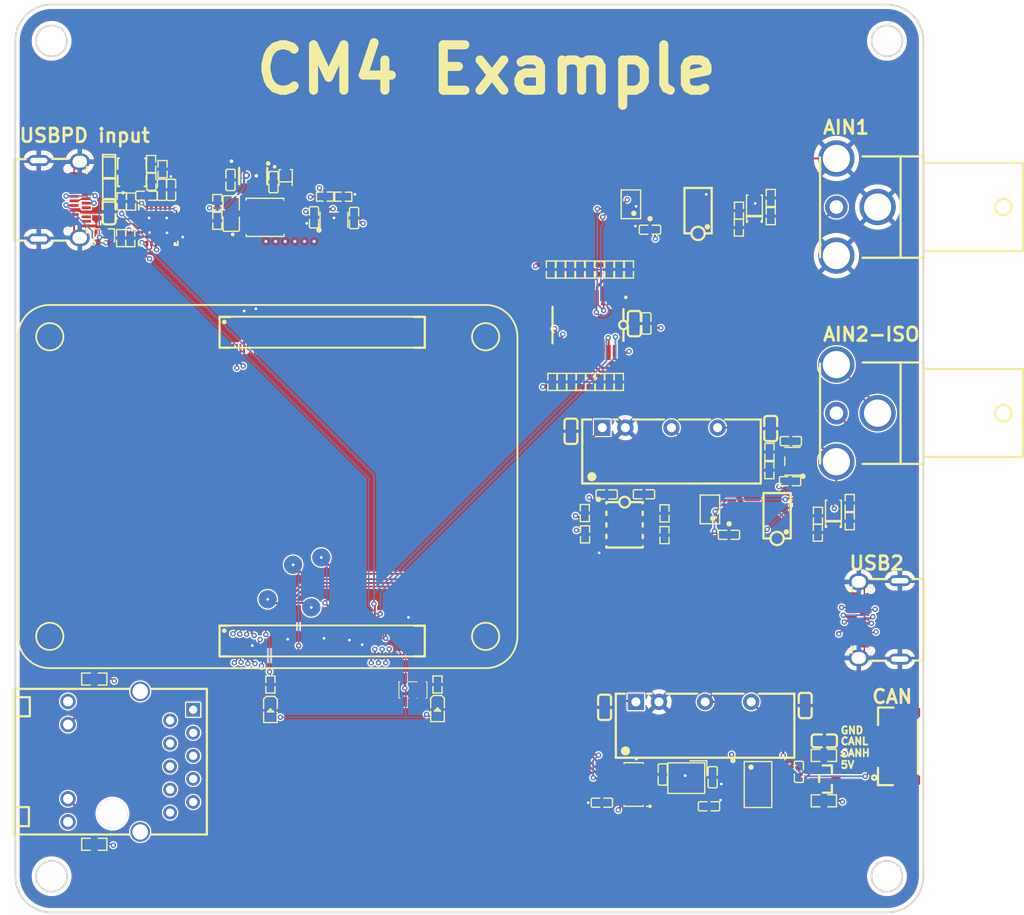
<source format=kicad_pcb>
(kicad_pcb (version 20240108) (generator "pcbnew") (generator_version "8.0")
  (layers (0 "F.Cu" signal) (1 "In1.Cu" signal) (2 "In2.Cu" signal) (31 "B.Cu" signal) (34 "B.Paste" user) (35 "F.Paste" user) (36 "B.SilkS" user "B.Silkscreen") (37 "F.SilkS" user "F.Silkscreen") (38 "B.Mask" user) (39 "F.Mask" user) (44 "Edge.Cuts" user))
  (net 0 "")
  (net 1 "controller.cm4.hdi_b-pins[88]")
  (net 2 "pins[21]")
  (net 3 "DISCH")
  (net 4 "gnd-2")
  (net 5 "line-1")
  (net 6 "pins[20]")
  (net 7 "i2c_multiplexer-line-5")
  (net 8 "controller.cm4-cathode")
  (net 9 "CB")
  (net 10 "pins[19]")
  (net 11 "pins[8]")
  (net 12 "gate")
  (net 13 "pins[32]")
  (net 14 "pins[16]")
  (net 15 "i2c_multiplexer-line-6")
  (net 16 "controller.cm4.hdi_a-pins[17]")
  (net 17 "gnd")
  (net 18 "analog_in_1.amplifier.opamp.footprint.pins[6].net-net")
  (net 19 "GPIO")
  (net 20 "i2c_multiplexer-io")
  (net 21 "controller.cm4-line-4")
  (net 22 "CC2")
  (net 23 "line-3")
  (net 24 "controller.cm4-pins[44]-1")
  (net 25 "ATTACH")
  (net 26 "HDMI1_CK_P")
  (net 27 "VREG_2V7")
  (net 28 "cathode-1")
  (net 29 "ETH_LED_ACTIVITY")
  (net 30 "pins[69]")
  (net 31 "pins[76]")
  (net 32 "SBU2")
  (net 33 "_midpoint")
  (net 34 "output-1")
  (net 35 "pins[67]")
  (net 36 "pins[27]")
  (net 37 "controller.cm4.hdi_b-pins[28]")
  (net 38 "POWER_OK3")
  (net 39 "CLKO_SOF")
  (net 40 "VBUS_EN_SNK")
  (net 41 "io-1")
  (net 42 "UART_TX")
  (net 43 "pins[18]")
  (net 44 "N_C_")
  (net 45 "i2c_multiplexer-line-9")
  (net 46 "controller.cm4.hdi_b-pins[62]")
  (net 47 "i2c_multiplexer-line-8")
  (net 48 "HDMI1_D2_P")
  (net 49 "pins[11]")
  (net 50 "hv-1")
  (net 51 "regulator_5v-out")
  (net 52 "controller.cm4.hdi_a-pins[62]")
  (net 53 "HDMI1_D0_N")
  (net 54 "HDMI0_CEC")
  (net 55 "controller.cm4-pins[28]")
  (net 56 "pins[26]")
  (net 57 "controller.cm4-line-8")
  (net 58 "cathode")
  (net 59 "pins[70]")
  (net 60 "i2c_multiplexer-line")
  (net 61 "analog_in_1.adc-AIN3")
  (net 62 "HDMI0_D0_N")
  (net 63 "pins[41]")
  (net 64 "controller.cm4.hdi_b-pins[92]")
  (net 65 "HDMI1_CK_N")
  (net 66 "I2S_SCK")
  (net 67 "usb_pd.pd_controller.pd_controller-line-1")
  (net 68 "tx")
  (net 69 "HDMI0_D1_P")
  (net 70 "VBUS_VS_DISCH")
  (net 71 "analog_in_1.amplifier.opamp.footprint.pins[5].net-net")
  (net 72 "SSTXP2")
  (net 73 "usb_pd.pd_controller.pd_controller.footprint.pins[18].net-net")
  (net 74 "SDA")
  (net 75 "usb_pd.usb_connector-B10")
  (net 76 "i2c_multiplexer-line-4")
  (net 77 "VCC_1V8")
  (net 78 "pins[38]")
  (net 79 "controller.rj45-anode")
  (net 80 "analog_in_2.analog_in.amplifier.opamp.footprint.pins[6].net-net")
  (net 81 "usb_pd.pd_controller-net")
  (net 82 "usb_pd.usb_connector-A3")
  (net 83 "controller.cm4.hdi_a-pins[93]")
  (net 84 "pins[91]")
  (net 85 "controller.cm4-line-3")
  (net 86 "CC1")
  (net 87 "analog_in_1.amplifier.opamp.footprint.pins[4].net-net")
  (net 88 "VSINK_VCC")
  (net 89 "analog_in_2.analog_in.amplifier.opamp.footprint.pins[5].net-net")
  (net 90 "I2S_WS")
  (net 91 "controller.cm4.hdi_a-pins[56]")
  (net 92 "A_B_SIDE")
  (net 93 "ETH_P1_N")
  (net 94 "pins[29]")
  (net 95 "can_interface.controller-io")
  (net 96 "controller.cm4.hdi_a-pins[94]")
  (net 97 "controller.cm4.hdi_a-pins[74]")
  (net 98 "ETH_P2_N")
  (net 99 "controller.cm4.hdi_b-pins[56]")
  (net 100 "pins[40]")
  (net 101 "xin")
  (net 102 "ETH_P1_P")
  (net 103 "pins[37]")
  (net 104 "xout")
  (net 105 "line-2")
  (net 106 "controller.cm4.hdi_a-pins[15]")
  (net 107 "pins[58]")
  (net 108 "analog_in_2.analog_in.adc-AIN3")
  (net 109 "controller.cm4-pins[98]")
  (net 110 "SSRXN2")
  (net 111 "ETH_P0_P")
  (net 112 "analog_in_1.adc-AIN2")
  (net 113 "regulator_3v3-out")
  (net 114 "controller.cm4-pins[99]")
  (net 115 "HDMI1_HOTPLUG")
  (net 116 "ALERT")
  (net 117 "pins[96]")
  (net 118 "pins[0]")
  (net 119 "pins[60]")
  (net 120 "line")
  (net 121 "pins[45]")
  (net 122 "I2S_SD")
  (net 123 "controller.cm4-pins[23]")
  (net 124 "hv-3")
  (net 125 "controller.rj45-anode-1")
  (net 126 "pins[46]")
  (net 127 "controller.cm4-pins[49]")
  (net 128 "analog_in_2.analog_in.adc-AIN2")
  (net 129 "pins[71]")
  (net 130 "rx")
  (net 131 "pins[86]")
  (net 132 "controller.cm4-pins[44]")
  (net 133 "controller.cm4.hdi_a-pins[35]")
  (net 134 "io")
  (net 135 "HDMI1_D1_N")
  (net 136 "HDMI1_D0_P")
  (net 137 "usb_pd.usb_connector-A2")
  (net 138 "HDMI0_CK_N")
  (net 139 "controller.cm4.hdi_b-pins[17]")
  (net 140 "controller.rj45.connector-net-1")
  (net 141 "i2c_multiplexer-line-3")
  (net 142 "controller.cm4-line-1")
  (net 143 "pins[1]")
  (net 144 "controller.cm4-line-5")
  (net 145 "analog_in_2.analog_in.adc-ALERT_slash_RDY")
  (net 146 "controller.cm4.hdi_b-pins[34]")
  (net 147 "usb_pd.pd_controller.pd_controller-line")
  (net 148 "INT0h_GPIO0_XSTBY")
  (net 149 "Y")
  (net 150 "analog_in_2.analog_in.amplifier.opamp.footprint.pins[4].net-net")
  (net 151 "hv-2")
  (net 152 "HDMI0_D2_P")
  (net 153 "controller.cm4.hdi_a-pins[99]")
  (net 154 "controller.rj45.connector-net")
  (net 155 "pins[57]")
  (net 156 "controller.cm4.hdi_b-pins[74]")
  (net 157 "i2c_multiplexer-line-10")
  (net 158 "HDMI1_D1_P")
  (net 159 "pins[61]")
  (net 160 "analog_in_2-line")
  (net 161 "controller.cm4.hdi_b-pins[68]")
  (net 162 "i2c_multiplexer-line-7")
  (net 163 "controller.cm4.hdi_a-pins[88]")
  (net 164 "ETH_LED_LINK")
  (net 165 "gnd-1")
  (net 166 "controller.cm4-line")
  (net 167 "PWR_LED")
  (net 168 "usb_pd-hv")
  (net 169 "analog_in_1.adc-ALERT_slash_RDY")
  (net 170 "VREG_1V2")
  (net 171 "pins[75]")
  (net 172 "controller.cm4.hdi_a-pins[34]")
  (net 173 "pins[39]")
  (net 174 "analog_in_2.regulator_3v3_isolated-out")
  (net 175 "POWER_OK2")
  (net 176 "pins[3]")
  (net 177 "analog_in_2-line-1")
  (net 178 "hv")
  (net 179 "ETH_P2_P")
  (net 180 "controller.cm4.hdi_a-pins[92]")
  (net 181 "inverting")
  (net 182 "pins[22]")
  (net 183 "cathode-2")
  (net 184 "HDMI0_D2_N")
  (net 185 "INTh")
  (net 186 "controller.cm4.hdi_b-pins[93]")
  (net 187 "output")
  (net 188 "controller.cm4.hdi_b-pins[49]")
  (net 189 "inverting-1")
  (net 190 "ETH_P3_P")
  (net 191 "pins[90]")
  (net 192 "ETH_P0_N")
  (net 193 "SSTXN2")
  (net 194 "i2c_multiplexer-line-11")
  (net 195 "VBUS")
  (net 196 "controller.cm4.hdi_b-pins[23]")
  (net 197 "pins[47]")
  (net 198 "controller.cm4-line-7")
  (net 199 "analog_in_1.adc-AIN1")
  (net 200 "pins[66]")
  (net 201 "HDMI1_CEC")
  (net 202 "UART_RX")
  (net 203 "controller.cm4.hdi_a-pins[98]")
  (net 204 "controller.cm4.hdi_b-pins[15]")
  (net 205 "controller.cm4.hdi_b-pins[94]")
  (net 206 "HDMI1_D2_N")
  (net 207 "CANL")
  (net 208 "pins[33]")
  (net 209 "pins[5]")
  (net 210 "i2c_multiplexer-line-1")
  (net 211 "dm")
  (net 212 "pins[14]")
  (net 213 "ETH_P3_N")
  (net 214 "dp")
  (net 215 "pins[63]")
  (net 216 "SCL")
  (net 217 "pins[9]")
  (net 218 "pins[95]")
  (net 219 "HDMI0_CK_P")
  (net 220 "usb_pd.usb_connector-A8")
  (net 221 "CANH")
  (net 222 "HDMI0_HOTPLUG")
  (net 223 "controller.cm4-cathode-1")
  (net 224 "controller.cm4.hdi_a-pins[68]")
  (net 225 "pins[72]")
  (net 226 "controller.cm4-line-2")
  (net 227 "pins[80]")
  (net 228 "i2c_multiplexer-line-2")
  (net 229 "pins[10]")
  (net 230 "HDMI0_D1_N")
  (net 231 "usb_pd.usb_connector-B11")
  (net 232 "pins[82]")
  (net 233 "analog_in_2.analog_in.adc-AIN1")
  (net 234 "HDMI0_D0_P")
  (net 235 "SSRXP2")
  (net 236 "pins[64]")
  (net 237 "controller.cm4.hdi_b-pins[35]")
  (net 238 "mosi")
  (net 239 "controller.cm4-line-6")
  (net 240 "sck")
  (net 241 "miso")
  (net 242 "cs")
  (net 243 "VCC_3V3")
  (net 244 "GND")
  (net 245 "A5")
  (net 246 "B8")
  (net 247 "usb_connector-A2")
  (net 248 "usb_connector-A8")
  (net 249 "USB2_D_P")
  (net 250 "B3")
  (net 251 "A10")
  (net 252 "usb_connector-A3")
  (net 253 "A11")
  (net 254 "VCC_5V")
  (net 255 "usb_connector-B10")
  (net 256 "B2")
  (net 257 "usb_connector-B11")
  (net 258 "USB2_D_N")
  (footprint "atopile:DFN1610-2_L1.6-W1.0-P1.05-RD-57a24e" (layer "F.Cu") (at 113.935643 73.648828 90)
    (property "Reference" "D7" (hide yes))
    (property "Value" "")
  )
  (footprint "atopile:C0402-b3ef17" (layer "F.Cu") (at 119.751917 73.700226 -90)
    (property "Reference" "C3" (hide yes))
    (property "Value" "1µF ±10% 25V X5R")
  )
  (footprint "atopile:C0402-b3ef17" (layer "F.Cu") (at 136.500075 76.733052 -90)
    (property "Reference" "U69" (hide yes))
    (property "Value" "1µF ±10% 25V X5R")
  )
  (footprint "lib:MSOP-10_L3.0-W3.0-P0.50-LS5.0-BL" (layer "F.Cu") (at 171.4 75.3 90)
    (property "Reference" "U1" (hide yes))
    (property "Value" "")
  )
  (footprint "atopile:CONN-SMD_DF40C-100DS-0.4V-51-ceffa9" (layer "F.Cu") (at 137.4 123.4 180)
    (property "Reference" "CN1" (hide yes))
    (property "Value" "")
  )
  (footprint "atopile:C0402-b3ef17" (layer "F.Cu") (at 180.4 138.4 -90)
    (property "Reference" "U33" (hide yes))
    (property "Value" "10pF ±5% 50V C0G")
  )
  (footprint "atopile:C0402-b3ef17" (layer "F.Cu") (at 173.103918 88.420298 90)
    (property "Reference" "U45" (hide yes))
    (property "Value" "100nF ±10% 16V X7R")
  )
  (footprint "atopile:C0402-b3ef17" (layer "F.Cu") (at 182.2 111.7 180)
    (property "Reference" "U9" (hide yes))
    (property "Value" "1µF ±10% 25V X5R")
  )
  (footprint "lib:CONN-SMD_4P-P1.25_SM04B-GHS-TB-LF-SN" (layer "F.Cu") (at 200.3 135 90)
    (property "Reference" "J1" (hide yes))
    (property "Value" "")
  )
  (footprint "atopile:SOIC-8_L5.0-W4.0-P1.27-LS6.0-BL-294f77" (layer "F.Cu") (at 178.8 76 90)
    (property "Reference" "U5" (hide yes))
    (property "Value" "")
  )
  (footprint "atopile:QFN-24_L4.0-W4.0-P0.50-BL-EP2.8-2a85a7" (layer "F.Cu") (at 119.351506 77.63403 -90)
    (property "Reference" "U77" (hide yes))
    (property "Value" "")
  )
  (footprint "atopile:R0402-56259e" (layer "F.Cu") (at 119.81692 71.422257 90)
    (property "Reference" "R10" (hide yes))
    (property "Value" "22kΩ ±1% 62.5mW")
  )
  (footprint "atopile:C0603-bd72f6" (layer "F.Cu") (at 186.8 100 -90)
    (property "Reference" "U28" (hide yes))
    (property "Value" "10µF ±10% 10V X5R")
  )
  (footprint "atopile:C0603-bd72f6" (layer "F.Cu") (at 113.936812 76.118761 90)
    (property "Reference" "C1" (hide yes))
    (property "Value" "4.7µF ±10% 35V X5R")
  )
  (footprint "atopile:R0402-56259e" (layer "F.Cu") (at 170.100057 82.482642 -90)
    (property "Reference" "U49" (hide yes))
    (property "Value" "10kΩ ±1% 62.5mW")
  )
  (footprint "atopile:C0402-b3ef17" (layer "F.Cu") (at 140.916177 76.810302 90)
    (property "Reference" "U67" (hide yes))
    (property "Value" "1µF ±10% 25V X5R")
  )
  (footprint "atopile:R0402-56259e" (layer "F.Cu") (at 167.952525 82.482642 -90)
    (property "Reference" "U51" (hide yes))
    (property "Value" "10kΩ ±1% 62.5mW")
  )
  (footprint "atopile:R0402-56259e" (layer "F.Cu") (at 170.071088 94.862924 90)
    (property "Reference" "U62" (hide yes))
    (property "Value" "10kΩ ±1% 62.5mW")
  )
  (footprint "atopile:R0402-56259e" (layer "F.Cu") (at 116.266374 79.029105 90)
    (property "Reference" "R6" (hide yes))
    (property "Value" "4.7kΩ ±1% 62.5mW")
  )
  (footprint "atopile:C0402-b3ef17" (layer "F.Cu") (at 188.933052 105.799925)
    (property "Reference" "U26" (hide yes))
    (property "Value" "1µF ±10% 25V X5R")
  )
  (footprint "atopile:SOT-323-3_L2.1-W1.3-P1.32-LS2.1-BR-ee9edb" (layer "F.Cu") (at 113.396078 78.725976 -90)
    (property "Reference" "D6" (hide yes))
    (property "Value" "")
  )
  (footprint "atopile:SOIC-8_L4.9-W3.9-P1.27-LS6.0-BL-6ccfeb" (layer "F.Cu") (at 185.4 139.2 -90)
    (property "Reference" "U43" (hide yes))
    (property "Value" "")
  )
  (footprint "atopile:R0402-56259e" (layer "F.Cu") (at 118.591131 72.811931 -90)
    (property "Reference" "R11" (hide yes))
    (property "Value" "100Ω ±1% 62.5mW")
  )
  (footprint "atopile:R0402-56259e" (layer "F.Cu") (at 165.804993 82.482642 -90)
    (property "Reference" "U53" (hide yes))
    (property "Value" "10kΩ ±1% 62.5mW")
  )
  (footprint "atopile:R0402-56259e" (layer "F.Cu") (at 183.3 76 -90)
    (property "Reference" "U4" (hide yes))
    (property "Value" "10kΩ ±1% 62.5mW")
  )
  (footprint "atopile:DFN1610-2_L1.6-W1.0-P1.05-RD-57a24e" (layer "F.Cu") (at 113.925658 71.231604 -90)
    (property "Reference" "D8" (hide yes))
    (property "Value" "")
  )
  (footprint "atopile:R0603-ebcab9" (layer "F.Cu") (at 192.65 141 180)
    (property "Reference" "U40" (hide yes))
    (property "Value" "60.4Ω ±1% 100mW")
  )
  (footprint "atopile:R0402-56259e" (layer "F.Cu") (at 166.351891 111.653953 -90)
    (property "Reference" "U20" (hide yes))
    (property "Value" "10kΩ ±1% 62.5mW")
  )
  (footprint "atopile:R0402-56259e" (layer "F.Cu") (at 167.981674 94.862924 90)
    (property "Reference" "U60" (hide yes))
    (property "Value" "10kΩ ±1% 62.5mW")
  )
  (footprint "atopile:CONN-SMD_DF40C-100DS-0.4V-51-ceffa9" (layer "F.Cu") (at 137.4 89.4 180)
    (property "Reference" "CN2" (hide yes))
    (property "Value" "")
  )
  (footprint "lib:SOT-23-5_L3.0-W1.7-P0.95-LS2.8-BL" (layer "F.Cu") (at 138.7 77)
    (property "Reference" "U68" (hide yes))
    (property "Value" "")
  )
  (footprint "atopile:R0402-56259e" (layer "F.Cu") (at 175.103296 109.341883 90)
    (property "Reference" "U17" (hide yes))
    (property "Value" "10kΩ ±1% 62.5mW")
  )
  (footprint "atopile:C0402-b3ef17" (layer "F.Cu") (at 118.047064 74.358898 180)
    (property "Reference" "C4" (hide yes))
    (property "Value" "100nF ±10% 16V X7R")
  )
  (footprint "atopile:R0402-56259e" (layer "F.Cu") (at 195.5 108.2 90)
    (property "Reference" "U13" (hide yes))
    (property "Value" "1kΩ ±1% 62.5mW")
  )
  (footprint "atopile:VDFN-14_L4.5-W3.0-P0.65-BL-EP-99cb5b" (layer "F.Cu") (at 171.7 139.2 90)
    (property "Reference" "U30" (hide yes))
    (property "Value" "")
  )
  (footprint "atopile:R0402-56259e" (layer "F.Cu") (at 175.097862 111.735615 -90)
    (property "Reference" "U16" (hide yes))
    (property "Value" "10kΩ ±1% 62.5mW")
  )
  (footprint "atopile:SOT-23-5_L3.0-W1.7-P0.95-LS2.8-BR-9d80aa" (layer "F.Cu") (at 147.399989 128.785469 -90)
    (property "Reference" "U44" (hide yes))
    (property "Value" "")
  )
  (footprint "atopile:R0402-56259e" (layer "F.Cu") (at 150.099989 128.185469 90)
    (property "Reference" "R2" (hide yes))
    (property "Value" "1kΩ ±1% 62.5mW")
  )
  (footprint "atopile:BNC-TH_DOSIN-801-0072-4dbc44" (layer "F.Cu") (at 196.3 98.3 -90)
    (property "Reference" "RF2" (hide yes))
    (property "Value" "")
  )
  (footprint "atopile:R0603-ebcab9" (layer "F.Cu") (at 112.299989 127.585469 180)
    (property "Reference" "R3" (hide yes))
    (property "Value" "470Ω ±1% 100mW")
  )
  (footprint "atopile:R0402-56259e" (layer "F.Cu") (at 164.731227 82.482642 -90)
    (property "Reference" "U52" (hide yes))
    (property "Value" "10kΩ ±1% 62.5mW")
  )
  (footprint "lib:SOT-23-5_L3.0-W1.7-P0.95-LS2.8-BL" (layer "F.Cu") (at 189.2 103.6 90)
    (property "Reference" "U25" (hide yes))
    (property "Value" "")
  )
  (footprint "atopile:C0603-bd72f6" (layer "F.Cu") (at 164.8 100.3 90)
    (property "Reference" "U27" (hide yes))
    (property "Value" "4.7µF ±10% 10V X5R")
  )
  (footprint "atopile:R0402-56259e" (layer "F.Cu") (at 116.356394 74.999743 -90)
    (property "Reference" "R8" (hide yes))
    (property "Value" "1kΩ ±1% 62.5mW")
  )
  (footprint "atopile:R0402-56259e" (layer "F.Cu") (at 186.648828 104.582884 90)
    (property "Reference" "U23" (hide yes))
    (property "Value" "1kΩ ±1% 62.5mW")
  )
  (footprint "lib:TSSOP-24_L7.8-W4.4-P0.65-LS6.4-BL" (layer "F.Cu") (at 166.7 88.6 180)
    (property "Reference" "U47" (hide yes))
    (property "Value" "")
  )
  (footprint "atopile:C0402-b3ef17" (layer "F.Cu") (at 180 141.6)
    (property "Reference" "U41" (hide yes))
    (property "Value" "1µF ±10% 25V X5R")
  )
  (footprint "atopile:R0402-56259e" (layer "F.Cu") (at 169.026381 94.862924 90)
    (property "Reference" "U63" (hide yes))
    (property "Value" "10kΩ ±1% 62.5mW")
  )
  (footprint "atopile:R0402-56259e" (layer "F.Cu") (at 186.66145 102.576106 90)
    (property "Reference" "U22" (hide yes))
    (property "Value" "1kΩ ±1% 62.5mW")
  )
  (footprint "atopile:C0603-bd72f6" (layer "F.Cu") (at 171.78102 88.440709 90)
    (property "Reference" "U46" (hide yes))
    (property "Value" "2.2µF ±10% 25V X5R")
  )
  (footprint "atopile:BNC-TH_DOSIN-801-0072-4dbc44" (layer "F.Cu") (at 196.3 75.6 -90)
    (property "Reference" "RF1" (hide yes))
    (property "Value" "")
  )
  (footprint "atopile:C0603-bd72f6" (layer "F.Cu") (at 190.6 130.5 90)
    (property "Reference" "U36" (hide yes))
    (property "Value" "10µF ±10% 10V X5R")
  )
  (footprint "atopile:R0402-56259e" (layer "F.Cu") (at 162.583693 82.482642 -90)
    (property "Reference" "U54" (hide yes))
    (property "Value" "10kΩ ±1% 62.5mW")
  )
  (footprint "atopile:SOD-123_L2.8-W1.8-LS3.7-RD-5bef17" (layer "F.Cu") (at 193.7 109.3 90)
    (property "Reference" "D2" (hide yes))
    (property "Value" "")
  )
  (footprint "atopile:C0402-b3ef17" (layer "F.Cu") (at 132.036505 72.85662 -90)
    (property "Reference" "U70" (hide yes))
    (property "Value" "470nF ±20% 16V X5R")
  )
  (footprint "atopile:RJ45-TH_HR911130A-5845d4" (layer "F.Cu") (at 116.299989 136.685469 90)
    (property "Reference" "RJ1" (hide yes))
    (property "Value" "")
  )
  (footprint "atopile:R0402-56259e" (layer "F.Cu") (at 125.856406 75.167855 -90)
    (property "Reference" "U72" (hide yes))
    (property "Value" "1kΩ ±1% 62.5mW")
  )
  (footprint "atopile:R0603-ebcab9" (layer "F.Cu") (at 112.299989 145.785469 180)
    (property "Reference" "R4" (hide yes))
    (property "Value" "470Ω ±1% 100mW")
  )
  (footprint "atopile:R0402-56259e" (layer "F.Cu") (at 131.699989 128.185469 90)
    (property "Reference" "R1" (hide yes))
    (property "Value" "1kΩ ±1% 62.5mW")
  )
  (footprint "atopile:R0603-ebcab9" (layer "F.Cu") (at 192.65 136)
    (property "Reference" "U39" (hide yes))
    (property "Value" "60.4Ω ±1% 100mW")
  )
  (footprint "atopile:C0402-b3ef17" (layer "F.Cu") (at 173.5 78.1 180)
    (property "Reference" "U2" (hide yes))
    (property "Value" "1µF ±10% 25V X5R")
  )
  (footprint "atopile:R0402-56259e" (layer "F.Cu") (at 166.321806 109.304894 90)
    (property "Reference" "U21" (hide yes))
    (property "Value" "10kΩ ±1% 62.5mW")
  )
  (footprint "atopile:R0402-56259e" (layer "F.Cu") (at 171.181907 82.480448 90)
    (property "Reference" "U64" (hide yes))
    (property "Value" "10kΩ ±1% 62.5mW")
  )
  (footprint "atopile:R0402-56259e" (layer "F.Cu") (at 192 109.6 -90)
    (property "Reference" "U11" (hide yes))
    (property "Value" "10kΩ ±1% 62.5mW")
  )
  (footprint "atopile:LED0603-RD-YELLOW-5af84a" (layer "F.Cu") (at 131.699989 130.985469 -90)
    (property "Reference" "D4" (hide yes))
    (property "Value" "")
  )
  (footprint "atopile:R0402-56259e" (layer "F.Cu") (at 163.657461 82.482642 -90)
    (property "Reference" "U55" (hide yes))
    (property "Value" "10kΩ ±1% 62.5mW")
  )
  (footprint "atopile:SOT-23_L2.9-W1.3-P1.90-LS2.4-BR-0c2373" (layer "F.Cu") (at 192.835 138.6 180)
    (property "Reference" "D3" (hide yes))
    (property "Value" "")
  )
  (footprint "atopile:PDFN3333-8_L3.1-W3.2-P0.65-LS3.4-BL-33e04e" (layer "F.Cu") (at 116.466468 71.838329)
    (property "Reference" "Q1" (hide yes))
    (property "Value" "")
  )
  (footprint "atopile:C0402-b3ef17" (layer "F.Cu") (at 189.9 137.8 -90)
    (property "Reference" "U42" (hide yes))
    (property "Value" "1µF ±10% 25V X5R")
  )
  (footprint "atopile:PWRM-TH_BXXXXS-2WR3-d8b2fb" (layer "F.Cu") (at 174.6 99.9)
    (property "Reference" "U29" (hide yes))
    (property "Value" "")
  )
  (footprint "atopile:R0402-56259e" (layer "F.Cu") (at 183.288342 77.858401 -90)
    (property "Reference" "U3" (hide yes))
    (property "Value" "10kΩ ±1% 62.5mW")
  )
  (footprint "atopile:PWRM-TH_BXXXXS-2WR3-d8b2fb" (layer "F.Cu") (at 178.3 130.1)
    (property "Reference" "U37" (hide yes))
    (property "Value" "")
  )
  (footprint "atopile:R0402-56259e" (layer "F.Cu") (at 191.988342 111.458401 -90)
    (property "Reference" "U10" (hide yes))
    (property "Value" "10kΩ ±1% 62.5mW")
  )
  (footprint "atopile:C0402-b3ef17" (layer "F.Cu") (at 127.301437 72.618048 90)
    (property "Reference" "U75" (hide yes))
    (property "Value" "2.2µF ±20% 6.3V X5R")
  )
  (footprint "atopile:R0402-56259e" (layer "F.Cu") (at 163.802846 94.862924 90)
    (property "Reference" "U56" (hide yes))
    (property "Value" "10kΩ ±1% 62.5mW")
  )
  (footprint "atopile:C0603-bd72f6" (layer "F.Cu") (at 168.5 130.7 -90)
    (property "Reference" "U35" (hide yes))
    (property "Value" "4.7µF ±10% 10V X5R")
  )
  (footprint "lib:MSOP-10_L3.0-W3.0-P0.50-LS5.0-BL" (layer "F.Cu") (at 180.1 108.9 90)
    (property "Reference" "U8" (hide yes))
    (property "Value" "")
  )
  (footprint "atopile:C0402-b3ef17" (layer "F.Cu") (at 189.010302 101.383823 180)
    (property "Reference" "U24" (hide yes))
    (property "Value" "1µF ±10% 25V X5R")
  )
  (footprint "atopile:C0402-b3ef17" (layer "F.Cu") (at 174.9 138.1 90)
    (property "Reference" "U34" (hide yes))
    (property "Value" "10pF ±5% 50V C0G")
  )
  (footprint "atopile:R0402-56259e" (layer "F.Cu") (at 162.758137 94.862924 90)
    (property "Reference" "U57" (hide yes))
    (property "Value" "10kΩ ±1% 62.5mW")
  )
  (footprint "lib:USB-C-SMD_TYC-324G-a50b79" (layer "F.Cu") (at 108.8 74.8 -90)
    (property "Reference" "USB1" (hide yes))
    (property "Value" "")
  )
  (footprint "atopile:R0402-56259e" (layer "F.Cu") (at 166.936967 94.862924 90)
    (property "Reference" "U61" (hide yes))
    (property "Value" "10kΩ ±1% 62.5mW")
  )
  (footprint "lib:SOIC-8_L4.9-W3.9-P1.27-LS6.0-TL" (layer "F.Cu") (at 170.7 110.6)
    (property "Reference" "U18" (hide yes))
    (property "Value" "")
  )
  (footprint "atopile:R0402-56259e" (layer "F.Cu") (at 164.847553 94.862924 90)
    (property "Reference" "U59" (hide yes))
    (property "Value" "10kΩ ±1% 62.5mW")
  )
  (footprint "atopile:R0402-56259e" (layer "F.Cu") (at 169.026291 82.482642 -90)
    (property "Reference" "U48" (hide yes))
    (property "Value" "10kΩ ±1% 62.5mW")
  )
  (footprint "atopile:R0402-56259e" (layer "F.Cu") (at 137.717116 74.448828)
    (property "Reference" "U66" (hide yes))
    (property "Value" "1kΩ ±1% 62.5mW")
  )
  (footprint "atopile:SOD-123_L2.8-W1.8-LS3.7-RD-5bef17" (layer "F.Cu") (at 185 75.7 90)
    (property "Reference" "D1" (hide yes))
    (property "Value" "")
  )
  (footprint "atopile:R0402-56259e" (layer "F.Cu") (at 115.257017 79.021121 90)
    (property "Reference" "R7" (hide yes))
    (property "Value" "4.7kΩ ±1% 62.5mW")
  )
  (footprint "atopile:R0402-56259e" (layer "F.Cu") (at 195.5 110.2 90)
    (property "Reference" "U14" (hide yes))
    (property "Value" "1kΩ ±1% 62.5mW")
  )
  (footprint "atopile:C0603-bd72f6" (layer "F.Cu") (at 192.7 134.4 180)
    (property "Reference" "U38" (hide yes))
    (property "Value" "4.7nF ±10% 50V X7R")
  )
  (footprint "atopile:C0402-b3ef17" (layer "F.Cu") (at 172.838976 107.235977 180)
    (property "Reference" "U15" (hide yes))
    (property "Value" "100nF ±10% 16V X7R")
  )
  (footprint "atopile:C0805-3b2e55" (layer "F.Cu") (at 127.378139 76.31654 -90)
    (property "Reference" "U76" (hide yes))
    (property "Value" "10µF ±10% 25V X5R")
  )
  (footprint "atopile:C0402-b3ef17" (layer "F.Cu") (at 120.767675 73.708275 -90)
    (property "Reference" "C2" (hide yes))
    (property "Value" "1µF ±10% 25V X5R")
  )
  (footprint "atopile:R0402-56259e" (layer "F.Cu") (at 125.856406 77.111261 -90)
    (property "Reference" "U71" (hide yes))
    (property "Value" "1kΩ ±1% 62.5mW")
  )
  (footprint "atopile:R0402-56259e" (layer "F.Cu") (at 186.8 74.6 90)
    (property "Reference" "U6" (hide yes))
    (property "Value" "1kΩ ±1% 62.5mW")
  )
  (footprint "lib:USB-C-SMD_TYC-324G-a50b79" (layer "F.Cu") (at 198.393266 121.071591 90)
    (property "Reference" "USB2" (hide yes))
    (property "Value" "")
  )
  (footprint "atopile:LED0603-RD-c81ffb" (layer "F.Cu") (at 150.099989 130.885469 -90)
    (property "Reference" "D5" (hide yes))
    (property "Value" "")
  )
  (footprint "atopile:R0402-56259e" (layer "F.Cu") (at 165.89226 94.862924 90)
    (property "Reference" "U58" (hide yes))
    (property "Value" "10kΩ ±1% 62.5mW")
  )
  (footprint "atopile:C0402-b3ef17" (layer "F.Cu") (at 168.733448 107.254773)
    (property "Reference" "U19" (hide yes))
    (property "Value" "100nF ±10% 16V X7R")
  )
  (footprint "atopile:R0402-56259e" (layer "F.Cu") (at 139.723894 74.46145)
    (property "Reference" "U65" (hide yes))
    (property "Value" "1kΩ ±1% 62.5mW")
  )
  (footprint "lib:SOD-323_L1.8-W1.3-LS2.5-RD" (layer "F.Cu") (at 133.371903 72.390784 90)
    (property "Reference" "DS1" (hide yes))
    (property "Value" "")
  )
  (footprint "lib:SOT-23-6_L2.9-W1.6-P0.95-LS2.8-BR" (layer "F.Cu") (at 129.8 72.2 90)
    (property "Reference" "U73" (hide yes))
    (property "Value" "")
  )
  (footprint "lib:IND-SMD_L4.0-W4.0" (layer "F.Cu") (at 131.104832 76.738592 180)
    (property "Reference" "U74" (hide yes))
    (property "Value" "")
  )
  (footprint "atopile:CRYSTAL-SMD_4P-L3.2-W2.5-BL-e199c8" (layer "F.Cu") (at 177.5 138.5 180)
    (property "Reference" "U32" (hide yes))
    (property "Value" "")
  )
  (footprint "atopile:R0402-56259e" (layer "F.Cu") (at 118.556738 70.867864 90)
    (property "Reference" "R9" (hide yes))
    (property "Value" "100kΩ ±1% 62.5mW")
  )
  (footprint "atopile:R0402-56259e" (layer "F.Cu") (at 115.326831 74.977883 -90)
    (property "Reference" "R5" (hide yes))
    (property "Value" "1kΩ ±1% 62.5mW")
  )
  (footprint "atopile:SOIC-8_L5.0-W4.0-P1.27-LS6.0-BL-294f77" (layer "F.Cu") (at 187.5 109.6 90)
    (property "Reference" "U12" (hide yes))
    (property "Value" "")
  )
  (footprint "atopile:C0402-b3ef17" (layer "F.Cu") (at 168.2 141.2 180)
    (property "Reference" "U31" (hide yes))
    (property "Value" "1µF ±10% 25V X5R")
  )
  (footprint "atopile:R0402-56259e" (layer "F.Cu") (at 186.8 76.6 90)
    (property "Reference" "U7" (hide yes))
    (property "Value" "1kΩ ±1% 62.5mW")
  )
  (footprint "atopile:R0402-56259e" (layer "F.Cu") (at 166.878759 82.482642 -90)
    (property "Reference" "U50" (hide yes))
    (property "Value" "10kΩ ±1% 62.5mW")
  )
  (gr_line (start 110.449325 73.373996) (end 111.055543 73.723996) (stroke (width 0.15)) (layer "F.Cu") (net 195))
  (gr_line (start 110.49909 74.939138) (end 111.046707 74.622971) (stroke (width 0.15)) (layer "F.Cu") (net 214))
  (gr_line (start 110.43109 75.86934) (end 111.037308 76.21934) (stroke (width 0.15)) (layer "F.Cu") (net 195))
  (gr_line (start 126.099989 121.680469) (end 148.699989 121.680469) (stroke (width 0.2)) (layer "F.SilkS"))
  (gr_line (start 148.699989 125.090469) (end 126.099989 125.090469) (stroke (width 0.2)) (layer "F.SilkS"))
  (gr_line (start 148.699989 121.680469) (end 148.699989 125.090469) (stroke (width 0.2)) (layer "F.SilkS"))
  (gr_line (start 126.099989 125.090469) (end 126.099989 121.680469) (stroke (width 0.2)) (layer "F.SilkS"))
  (gr_line (start 126.099989 91.090469) (end 126.099989 87.680469) (stroke (width 0.2)) (layer "F.SilkS"))
  (gr_line (start 148.699989 87.680469) (end 148.699989 91.090469) (stroke (width 0.2)) (layer "F.SilkS"))
  (gr_arc (start 103.899989 89.885468) (mid 104.925116 87.410595) (end 107.399989 86.385469) (stroke (width 0.2)) (layer "F.SilkS"))
  (gr_circle (center 107.399989 122.885469) (end 108.899989 122.885469) (stroke (width 0.2)) (fill none) (layer "F.SilkS"))
  (gr_circle (center 155.399989 89.885469) (end 156.899989 89.885469) (stroke (width 0.2)) (fill none) (layer "F.SilkS"))
  (gr_arc (start 158.899989 122.885469) (mid 157.874873 125.360359) (end 155.399989 126.385469) (stroke (width 0.2)) (layer "F.SilkS"))
  (gr_circle (center 155.399989 122.885469) (end 156.899989 122.885469) (stroke (width 0.2)) (fill none) (layer "F.SilkS"))
  (gr_line (start 155.399989 86.385469) (end 107.399989 86.385469) (stroke (width 0.2)) (layer "F.SilkS"))
  (gr_arc (start 107.399988 126.385469) (mid 104.925133 125.360337) (end 103.899989 122.88547) (stroke (width 0.2)) (layer "F.SilkS"))
  (gr_arc (start 155.399989 86.385469) (mid 157.874881 87.410589) (end 158.899989 89.885469) (stroke (width 0.2)) (layer "F.SilkS"))
  (gr_line (start 126.099989 87.680469) (end 148.699989 87.680469) (stroke (width 0.2)) (layer "F.SilkS"))
  (gr_line (start 107.399988 126.385469) (end 155.399989 126.385469) (stroke (width 0.2)) (layer "F.SilkS"))
  (gr_line (start 158.899989 122.885469) (end 158.899989 89.885469) (stroke (width 0.2)) (layer "F.SilkS"))
  (gr_line (start 148.699989 91.090469) (end 126.099989 91.090469) (stroke (width 0.2)) (layer "F.SilkS"))
  (gr_circle (center 107.399989 89.885469) (end 108.899989 89.885469) (stroke (width 0.2)) (fill none) (layer "F.SilkS"))
  (gr_line (start 103.899989 89.885468) (end 103.899989 122.88547) (stroke (width 0.2)) (layer "F.SilkS"))
  (gr_arc (start 103.6 57.3) (mid 104.771573 54.471573) (end 107.6 53.3) (stroke (width 0.2)) (layer "Edge.Cuts"))
  (gr_arc (start 203.6 149.3) (mid 202.428427 152.128427) (end 199.6 153.3) (stroke (width 0.2)) (layer "Edge.Cuts"))
  (gr_line (start 203.6 149.3) (end 203.6 57.3) (stroke (width 0.2)) (layer "Edge.Cuts"))
  (gr_line (start 199.6 53.3) (end 107.6 53.3) (stroke (width 0.2)) (layer "Edge.Cuts"))
  (gr_line (start 107.6 153.3) (end 199.6 153.3) (stroke (width 0.2)) (layer "Edge.Cuts"))
  (gr_line (start 103.6 57.3) (end 103.6 149.3) (stroke (width 0.2)) (layer "Edge.Cuts"))
  (gr_arc (start 199.6 53.3) (mid 202.428427 54.471573) (end 203.6 57.3) (stroke (width 0.2)) (layer "Edge.Cuts"))
  (gr_circle (center 199.6 149.3) (end 201.3 149.3) (stroke (width 0.2)) (fill none) (layer "Edge.Cuts"))
  (gr_circle (center 107.6 149.3) (end 109.3 149.3) (stroke (width 0.2)) (fill none) (layer "Edge.Cuts"))
  (gr_circle (center 199.6 57.3) (end 201.3 57.3) (stroke (width 0.2)) (fill none) (layer "Edge.Cuts"))
  (gr_arc (start 107.6 153.3) (mid 104.771573 152.128427) (end 103.6 149.3) (stroke (width 0.2)) (layer "Edge.Cuts"))
  (gr_circle (center 107.6 57.3) (end 109.3 57.3) (stroke (width 0.2)) (fill none) (layer "Edge.Cuts"))
  (gr_text "USB2" (at 195.3 115.7 0) (layer "F.SilkS") (effects (font (size 1.5 1.5) (thickness 0.3) (bold yes)) (justify left bottom)))
  (gr_text "USBPD input" (at 103.9 68.6 0) (layer "F.SilkS") (effects (font (size 1.5 1.5) (thickness 0.3) (bold yes)) (justify left bottom)))
  (gr_text "AIN1" (at 192.4 67.7 0) (layer "F.SilkS") (effects (font (size 1.5 1.5) (thickness 0.3) (bold yes)) (justify left bottom)))
  (gr_text "CAN" (at 197.8 130.4 0) (layer "F.SilkS") (effects (font (size 1.5 1.5) (thickness 0.3) (bold yes)) (justify left bottom)))
  (gr_text "GND" (at 194.4 133.7 0) (layer "F.SilkS") (effects (font (size 0.8 0.8) (thickness 0.2) (bold yes)) (justify left bottom)))
  (gr_text "5V" (at 194.4 137.5 0) (layer "F.SilkS") (effects (font (size 0.8 0.8) (thickness 0.2) (bold yes)) (justify left bottom)))
  (gr_text "CM4 Example" (at 129.6 63.4 0) (layer "F.SilkS") (effects (font (size 5 5) (thickness 1) (bold yes)) (justify left bottom)))
  (gr_text "CANL" (at 194.4 134.9 0) (layer "F.SilkS") (effects (font (size 0.8 0.8) (thickness 0.2) (bold yes)) (justify left bottom)))
  (gr_text "AIN2-ISO" (at 192.4 90.5 0) (layer "F.SilkS") (effects (font (size 1.5 1.5) (thickness 0.3) (bold yes)) (justify left bottom)))
  (gr_text "CANH" (at 194.4 136.2 0) (layer "F.SilkS") (effects (font (size 0.8 0.8) (thickness 0.2) (bold yes)) (justify left bottom)))
  (segment (start 119.152117 80.299716) (end 119.101506 80.249105) (width 0.15) (layer "F.Cu") (net 3))
  (segment (start 119.101506 80.249105) (end 119.101506 79.63403) (width 0.15) (layer "F.Cu") (net 3))
  (segment (start 115.323771 76.324814) (end 115.326831 76.321754) (width 0.15) (layer "F.Cu") (net 3))
  (segment (start 115.326831 76.321754) (end 115.326831 75.407883) (width 0.15) (layer "F.Cu") (net 3))
  (via (at 115.323771 76.324814) (size 0.6) (drill 0.3) (layers "F.Cu" "B.Cu") (net 3))
  (via (at 119.152117 80.299716) (size 0.6) (drill 0.3) (layers "F.Cu" "B.Cu") (net 3))
  (segment (start 119.152117 80.152117) (end 119.152117 80.299716) (width 0.15) (layer "B.Cu") (net 3))
  (segment (start 115.323771 76.324814) (end 115.324814 76.324814) (width 0.15) (layer "B.Cu") (net 3))
  (segment (start 115.324814 76.324814) (end 119.152117 80.152117) (width 0.15) (layer "B.Cu") (net 3))
  (segment (start 193.7 107.61) (end 193.7 108.7) (width 0.2) (layer "F.Cu") (net 4))
  (segment (start 172.288976 107.235977) (end 171.905 107.619953) (width 0.25) (layer "F.Cu") (net 4))
  (segment (start 195.5 107.77) (end 193.86 107.77) (width 0.2) (layer "F.Cu") (net 4))
  (segment (start 171.905 107.619953) (end 171.905 111.675279) (width 0.25) (layer "F.Cu") (net 4))
  (segment (start 189.413052 106.903052) (end 190.21 107.7) (width 0.25) (layer "F.Cu") (net 4))
  (segment (start 193.837968 96.3) (end 192.48 97.657968) (width 0.2) (layer "F.Cu") (net 4))
  (segment (start 189.314492 102.899492) (end 190.015 103.6) (width 0.25) (layer "F.Cu") (net 4))
  (segment (start 189.413052 104.201948) (end 190.015 103.6) (width 0.25) (layer "F.Cu") (net 4))
  (segment (start 192.48 97.657968) (end 192.48 102.1) (width 0.2) (layer "F.Cu") (net 4))
  (segment (start 198.57 98.3) (end 196.57 96.3) (width 0.2) (layer "F.Cu") (net 4))
  (segment (start 186.66145 102.066106) (end 186.66145 100.83855) (width 0.2) (layer "F.Cu") (net 4))
  (segment (start 186.8 100.7) (end 186.7 100.7) (width 0.2) (layer "F.Cu") (net 4))
  (segment (start 192.48 102.1) (end 194.03 103.65) (width 0.2) (layer "F.Cu") (net 4))
  (segment (start 191.275 109.6) (end 191.705 109.17) (width 0.2) (layer "F.Cu") (net 4))
  (segment (start 180.674265 109.374265) (end 180.674265 109.125735) (width 0.2) (layer "F.Cu") (net 4))
  (segment (start 181.65 111.7) (end 181 111.7) (width 0.2) (layer "F.Cu") (net 4))
  (segment (start 187.483823 101.383823) (end 186.8 100.7) (width 0.25) (layer "F.Cu") (net 4))
  (segment (start 190.21 107.7) (end 189.52 107.7) (width 0.2) (layer "F.Cu") (net 4))
  (segment (start 180.9 108.9) (end 180.674265 109.125735) (width 0.2) (layer "F.Cu") (net 4))
  (segment (start 181 111.7) (end 180.6 111.3) (width 0.2) (layer "F.Cu") (net 4))
  (segment (start 188.935 108.285) (end 188.935 109.212315) (width 0.2) (layer "F.Cu") (net 4))
  (segment (start 193.7 108.7) (end 193.8 108.8) (width 0.2) (layer "F.Cu") (net 4))
  (segment (start 188.935 109.212315) (end 189.322685 109.6) (width 0.2) (layer "F.Cu") (net 4))
  (segment (start 190.3 107.61) (end 190.21 107.7) (width 0.2) (layer "F.Cu") (net 4))
  (segment (start 182.21 109.9) (end 181.2 109.9) (width 0.2) (layer "F.Cu") (net 4))
  (segment (start 173.44 112.51) (end 173.705615 112.775615) (width 0.25) (layer "F.Cu") (net 4))
  (segment (start 186.66145 100.83855) (end 186.8 100.7) (width 0.2) (layer "F.Cu") (net 4))
  (segment (start 189.314492 102.345743) (end 189.314492 102.899492) (width 0.25) (layer "F.Cu") (net 4))
  (segment (start 198.57 97.49) (end 198.57 98.3) (width 0.2) (layer "F.Cu") (net 4))
  (segment (start 188.530302 101.383823) (end 187.483823 101.383823) (width 0.25) (layer "F.Cu") (net 4))
  (segment (start 194.03 103.65) (end 194.03 107.28) (width 0.2) (layer "F.Cu") (net 4))
  (segment (start 171.905 111.675279) (end 172.739721 112.51) (width 0.25) (layer "F.Cu") (net 4))
  (segment (start 188.530302 101.561553) (end 189.314492 102.345743) (width 0.25) (layer "F.Cu") (net 4))
  (segment (start 188.530302 101.383823) (end 188.530302 101.561553) (width 0.25) (layer "F.Cu") (net 4))
  (segment (start 188.5 107.7) (end 188.4 107.8) (width 0.2) (layer "F.Cu") (net 4))
  (segment (start 172.739721 112.51) (end 173.44 112.51) (width 0.25) (layer "F.Cu") (net 4))
  (segment (start 189.413052 105.799925) (end 189.413052 104.201948) (width 0.25) (layer "F.Cu") (net 4))
  (segment (start 182.21 108.9) (end 180.9 108.9) (width 0.2) (layer "F.Cu") (net 4))
  (segment (start 177.07 101.1) (end 175.87 99.9) (width 0.2) (layer "F.Cu") (net 4))
  (segment (start 173.705615 112.775615) (end 179.124385 112.775615) (width 0.25) (layer "F.Cu") (net 4))
  (segment (start 193.1 107.61) (end 190.3 107.61) (width 0.2) (layer "F.Cu") (net 4))
  (segment (start 194.03 92.95) (end 198.57 97.49) (width 0.2) (layer "F.Cu") (net 4))
  (segment (start 189.322685 109.6) (end 191.275 109.6) (width 0.2) (layer "F.Cu") (net 4))
  (segment (start 190.21 107.7) (end 188.5 107.7) (width 0.2) (layer "F.Cu") (net 4))
  (segment (start 196.57 96.3) (end 193.837968 96.3) (width 0.2) (layer "F.Cu") (net 4))
  (segment (start 194.03 107.28) (end 193.7 107.61) (width 0.2) (layer "F.Cu") (net 4))
  (segment (start 189.52 107.7) (end 188.935 108.285) (width 0.2) (layer "F.Cu") (net 4))
  (segment (start 181.2 109.9) (end 180.674265 109.374265) (width 0.2) (layer "F.Cu") (net 4))
  (segment (start 191.705 109.17) (end 192 109.17) (width 0.2) (layer "F.Cu") (net 4))
  (segment (start 179.124385 112.775615) (end 180.6 111.3) (width 0.25) (layer "F.Cu") (net 4))
  (segment (start 189.413052 105.799925) (end 189.413052 106.903052) (width 0.25) (layer "F.Cu") (net 4))
  (segment (start 193.86 107.77) (end 193.7 107.61) (width 0.2) (layer "F.Cu") (net 4))
  (segment (start 186.7 100.7) (end 186.3 101.1) (width 0.2) (layer "F.Cu") (net 4))
  (segment (start 190.015 103.6) (end 190.35 103.6) (width 0.25) (layer "F.Cu") (net 4))
  (segment (start 186.3 101.1) (end 177.07 101.1) (width 0.2) (layer "F.Cu") (net 4))
  (via (at 180.674265 109.125735) (size 0.6) (drill 0.3) (layers "F.Cu" "B.Cu") (net 4))
  (via (at 193.8 108.8) (size 0.6) (drill 0.3) (layers "F.Cu" "B.Cu") (net 4))
  (via (at 180.6 111.3) (size 0.6) (drill 0.3) (layers "F.Cu" "B.Cu") (net 4))
  (via (at 188.4 107.8) (size 0.6) (drill 0.3) (layers "F.Cu" "B.Cu") (net 4))
  (segment (start 180.674265 109.125735) (end 182 107.8) (width 0.2) (layer "B.Cu") (net 4))
  (segment (start 180.6 109.2) (end 180.6 111.3) (width 0.2) (layer "B.Cu") (net 4))
  (segment (start 182 107.8) (end 188.4 107.8) (width 0.2) (layer "B.Cu") (net 4))
  (segment (start 180.674265 109.125735) (end 180.6 109.2) (width 0.2) (layer "B.Cu") (net 4))
  (segment (start 163.802846 94.352924) (end 163.77 94.320078) (width 0.25) (layer "F.Cu") (net 5))
  (segment (start 167.953953 111.223953) (end 167.96 111.23) (width 0.25) (layer "F.Cu") (net 5))
  (segment (start 166.351891 111.223953) (end 165.423953 111.223953) (width 0.25) (layer "F.Cu") (net 5))
  (segment (start 163.77 89.73) (end 163.77 91.62) (width 0.25) (layer "F.Cu") (net 5))
  (segment (start 163.77 94.320078) (end 163.77 91.62) (width 0.25) (layer "F.Cu") (net 5))
  (segment (start 165.423953 111.223953) (end 165.4 111.2) (width 0.25) (layer "F.Cu") (net 5))
  (segment (start 163.9 89.6) (end 163.77 89.73) (width 0.25) (layer "F.Cu") (net 5))
  (segment (start 166.351891 111.223953) (end 167.953953 111.223953) (width 0.25) (layer "F.Cu") (net 5))
  (via (at 163.9 89.6) (size 0.6) (drill 0.3) (layers "F.Cu" "B.Cu") (net 5))
  (via (at 165.4 111.2) (size 0.6) (drill 0.3) (layers "F.Cu" "B.Cu") (net 5))
  (segment (start 162.583693 83.93299) (end 163.080703 84.43) (width 0.25) (layer "F.Cu") (net 7))
  (segment (start 163.655 84.43) (end 163.77 84.545) (width 0.25) (layer "F.Cu") (net 7))
  (segment (start 162.583693 82.992642) (end 162.583693 83.93299) (width 0.25) (layer "F.Cu") (net 7))
  (segment (start 163.080703 84.43) (end 163.655 84.43) (width 0.25) (layer "F.Cu") (net 7))
  (segment (start 163.77 84.545) (end 163.77 85.58) (width 0.25) (layer "F.Cu") (net 7))
  (segment (start 150.099989 130.085469) (end 150.099989 128.615469) (width 0.15) (layer "F.Cu") (net 8))
  (segment (start 130.75 71.610876) (end 130.75 70.85) (width 0.25) (layer "F.Cu") (net 9))
  (segment (start 131.515744 72.37662) (end 130.75 71.610876) (width 0.25) (layer "F.Cu") (net 9))
  (segment (start 132.036505 72.37662) (end 131.515744 72.37662) (width 0.25) (layer "F.Cu") (net 9))
  (segment (start 131.199989 122.685469) (end 131.199989 121.800011) (width 0.15) (layer "F.Cu") (net 10))
  (segment (start 131.699989 127.755469) (end 131.699989 126.885469) (width 0.15) (layer "F.Cu") (net 10))
  (segment (start 131.699989 126.885469) (end 131.599989 126.785469) (width 0.15) (layer "F.Cu") (net 10))
  (segment (start 131.199989 121.800011) (end 131.2 121.8) (width 0.15) (layer "F.Cu") (net 10))
  (via (at 131.199989 122.685469) (size 0.6) (drill 0.3) (layers "F.Cu" "B.Cu") (net 10))
  (via (at 131.599989 126.785469) (size 0.6) (drill 0.3) (layers "F.Cu" "B.Cu") (net 10))
  (segment (start 131.599989 123.085469) (end 131.199989 122.685469) (width 0.15) (layer "B.Cu") (net 10))
  (segment (start 131.599989 126.785469) (end 131.599989 123.085469) (width 0.15) (layer "B.Cu") (net 10))
  (segment (start 117.881671 73.368329) (end 118.046131 73.203869) (width 0.15) (layer "F.Cu") (net 12))
  (segment (start 118.046131 73.203869) (end 118.046131 72.838845) (width 0.15) (layer "F.Cu") (net 12))
  (segment (start 119.81692 71.852257) (end 119.120805 71.852257) (width 0.15) (layer "F.Cu") (net 12))
  (segment (start 118.556738 71.297864) (end 118.556738 72.347538) (width 0.15) (layer "F.Cu") (net 12))
  (segment (start 118.556738 72.347538) (end 118.591131 72.381931) (width 0.15) (layer "F.Cu") (net 12))
  (segment (start 119.120805 71.852257) (end 118.591131 72.381931) (width 0.15) (layer "F.Cu") (net 12))
  (segment (start 118.046131 72.838845) (end 118.503045 72.381931) (width 0.15) (layer "F.Cu") (net 12))
  (segment (start 118.503045 72.381931) (end 118.591131 72.381931) (width 0.15) (layer "F.Cu") (net 12))
  (segment (start 117.446468 73.368329) (end 117.881671 73.368329) (width 0.15) (layer "F.Cu") (net 12))
  (segment (start 165.862151 82.93613) (end 165.72 83.078281) (width 0.25) (layer "F.Cu") (net 15))
  (segment (start 165.72 83.078281) (end 165.72 85.58) (width 0.25) (layer "F.Cu") (net 15))
  (segment (start 186.845 140.076457) (end 186.845 139.055) (width 0.2) (layer "F.Cu") (net 17))
  (segment (start 189.146457 140.425) (end 188.5 140.425) (width 0.2) (layer "F.Cu") (net 17))
  (segment (start 190.87 139.210686) (end 189.655686 140.425) (width 0.2) (layer "F.Cu") (net 17))
  (segment (start 190.685 135.515) (end 191.8 134.4) (width 0.2) (layer "F.Cu") (net 17))
  (segment (start 189.2 138.57) (end 188.17 138.57) (width 0.2) (layer "F.Cu") (net 17))
  (segment (start 193.985 138.6) (end 191.1 138.6) (width 0.2) (layer "F.Cu") (net 17))
  (segment (start 193.27 133.13) (end 192 134.4) (width 0.2) (layer "F.Cu") (net 17))
  (segment (start 189.9 138.35) (end 190.685 137.565) (width 0.2) (layer "F.Cu") (net 17))
  (segment (start 187.878543 138.57) (end 188.17 138.57) (width 0.2) (layer "F.Cu") (net 17))
  (segment (start 187.193543 140.425) (end 186.845 140.076457) (width 0.2) (layer "F.Cu") (net 17))
  (segment (start 189.68 138.57) (end 188.17 138.57) (width 0.2) (layer "F.Cu") (net 17))
  (segment (start 191.1 138.6) (end 190.87 138.83) (width 0.2) (layer "F.Cu") (net 17))
  (segment (start 188.5 140.425) (end 187.193543 140.425) (width 0.2) (layer "F.Cu") (net 17))
  (segment (start 189.7 128.9) (end 180.77 128.9) (width 0.2) (layer "F.Cu") (net 17))
  (segment (start 193.815 138.57) (end 193.985 138.4) (width 0.2) (layer "F.Cu") (net 17))
  (segment (start 186.845 139.055) (end 187.33 138.57) (width 0.2) (layer "F.Cu") (net 17))
  (segment (start 190.685 137.565) (end 190.685 135.515) (width 0.2) (layer "F.Cu") (net 17))
  (segment (start 189.9 138.35) (end 189.68 138.57) (width 0.2) (layer "F.Cu") (net 17))
  (segment (start 179.87 130.1) (end 182.8 130.1) (width 0.2) (layer "F.Cu") (net 17))
  (segment (start 190.87 138.83) (end 190.87 139.210686) (width 0.2) (layer "F.Cu") (net 17))
  (segment (start 189.655686 140.425) (end 188.5 140.425) (width 0.2) (layer "F.Cu") (net 17))
  (segment (start 187.33 138.57) (end 188.17 138.57) (width 0.2) (layer "F.Cu") (net 17))
  (segment (start 180.77 128.9) (end 179.57 130.1) (width 0.2) (layer "F.Cu") (net 17))
  (segment (start 190.6 129.8) (end 189.7 128.9) (width 0.2) (layer "F.Cu") (net 17))
  (segment (start 186.845 137.536457) (end 187.878543 138.57) (width 0.2) (layer "F.Cu") (net 17))
  (segment (start 198.7 133.13) (end 193.27 133.13) (width 0.2) (layer "F.Cu") (net 17))
  (segment (start 182.8 130.1) (end 186.845 134.145) (width 0.2) (layer "F.Cu") (net 17))
  (segment (start 186.845 134.145) (end 186.845 137.536457) (width 0.2) (layer "F.Cu") (net 17))
  (segment (start 168.97 84.505) (end 169.347 84.128) (width 0.25) (layer "F.Cu") (net 20))
  (segment (start 169.347 84.128) (end 170.044355 84.128) (width 0.25) (layer "F.Cu") (net 20))
  (segment (start 170.044355 84.128) (end 171.181907 82.990448) (width 0.25) (layer "F.Cu") (net 20))
  (segment (start 168.97 85.58) (end 168.97 84.505) (width 0.25) (layer "F.Cu") (net 20))
  (segment (start 116.620577 77.45) (end 117.054607 77.88403) (width 0.15) (layer "F.Cu") (net 22))
  (segment (start 115.458148 77.45) (end 116.620577 77.45) (width 0.15) (layer "F.Cu") (net 22))
  (segment (start 113.582323 79.545145) (end 114.444975 78.682493) (width 0.15) (layer "F.Cu") (net 22))
  (segment (start 117.054607 77.88403) (end 117.351506 77.88403) (width 0.15) (layer "F.Cu") (net 22))
  (segment (start 115.117461 77.790687) (end 115.458148 77.45) (width 0.15) (layer "F.Cu") (net 22))
  (segment (start 110.08 75.43) (end 109.236265 75.43) (width 0.15) (layer "F.Cu") (net 22))
  (segment (start 109.236265 75.43) (end 109.193636 75.387371) (width 0.15) (layer "F.Cu") (net 22))
  (segment (start 114.804288 77.790687) (end 115.117461 77.790687) (width 0.15) (layer "F.Cu") (net 22))
  (segment (start 114.444975 78.682493) (end 114.444975 78.15) (width 0.15) (layer "F.Cu") (net 22))
  (segment (start 114.444975 78.15) (end 114.804288 77.790687) (width 0.15) (layer "F.Cu") (net 22))
  (via (at 109.193636 75.387371) (size 0.6) (drill 0.3) (layers "F.Cu" "B.Cu") (net 22))
  (via (at 113.582323 79.545145) (size 0.6) (drill 0.3) (layers "F.Cu" "B.Cu") (net 22))
  (segment (start 112.075 78.268735) (end 109.193636 75.387371) (width 0.15) (layer "B.Cu") (net 22))
  (segment (start 112.675145 79.545145) (end 112.075 78.945) (width 0.15) (layer "B.Cu") (net 22))
  (segment (start 113.582323 79.545145) (end 112.675145 79.545145) (width 0.15) (layer "B.Cu") (net 22))
  (segment (start 112.075 78.945) (end 112.075 78.268735) (width 0.15) (layer "B.Cu") (net 22))
  (segment (start 167.96 109.97) (end 166.556912 109.97) (width 0.25) (layer "F.Cu") (net 23))
  (segment (start 166.556912 109.97) (end 166.321806 109.734894) (width 0.25) (layer "F.Cu") (net 23))
  (segment (start 162.758137 94.352924) (end 163.13 93.981061) (width 0.25) (layer "F.Cu") (net 23))
  (segment (start 163.13 89.13) (end 163.13 91.62) (width 0.25) (layer "F.Cu") (net 23))
  (segment (start 166.321806 109.734894) (end 165.434894 109.734894) (width 0.25) (layer "F.Cu") (net 23))
  (segment (start 163.13 93.981061) (end 163.13 91.62) (width 0.25) (layer "F.Cu") (net 23))
  (segment (start 163 89) (end 163.13 89.13) (width 0.25) (layer "F.Cu") (net 23))
  (segment (start 165.434894 109.734894) (end 165.3 109.6) (width 0.25) (layer "F.Cu") (net 23))
  (via (at 163 89) (size 0.6) (drill 0.3) (layers "F.Cu" "B.Cu") (net 23))
  (via (at 165.3 109.6) (size 0.6) (drill 0.3) (layers "F.Cu" "B.Cu") (net 23))
  (segment (start 119.118113 75.00903) (end 118.726506 75.00903) (width 0.15) (layer "F.Cu") (net 27))
  (segment (start 118.601506 75.13403) (end 118.601506 75.63403) (width 0.15) (layer "F.Cu") (net 27))
  (segment (start 118.726506 75.00903) (end 118.601506 75.13403) (width 0.15) (layer "F.Cu") (net 27))
  (segment (start 119.751917 74.250226) (end 119.751917 74.375226) (width 0.15) (layer "F.Cu") (net 27))
  (segment (start 119.751917 74.375226) (end 119.118113 75.00903) (width 0.15) (layer "F.Cu") (net 27))
  (segment (start 130.8 126.034144) (end 130.711504 126.12264) (width 0.15) (layer "F.Cu") (net 29))
  (segment (start 130.8 125) (end 130.8 126.034144) (width 0.15) (layer "F.Cu") (net 29))
  (via (at 130.711504 126.12264) (size 0.6) (drill 0.3) (layers "F.Cu" "B.Cu") (net 29))
  (segment (start 193.6 135.8) (end 193.4 136) (width 0.2) (layer "F.Cu") (net 33))
  (segment (start 193.4 135.95) (end 193.35 136) (width 0.2) (layer "F.Cu") (net 33))
  (segment (start 194.9 135.8) (end 193.6 135.8) (width 0.2) (layer "F.Cu") (net 33))
  (segment (start 194.6 141) (end 194.7 141.1) (width 0.2) (layer "F.Cu") (net 33))
  (segment (start 193.4 134.4) (end 193.4 135.95) (width 0.2) (layer "F.Cu") (net 33))
  (segment (start 193.4 141) (end 194.6 141) (width 0.2) (layer "F.Cu") (net 33))
  (via (at 194.7 141.1) (size 0.6) (drill 0.3) (layers "F.Cu" "B.Cu") (net 33))
  (via (at 194.9 135.8) (size 0.6) (drill 0.3) (layers "F.Cu" "B.Cu") (net 33))
  (segment (start 182.21 108.4) (end 182.225 108.385) (width 0.2) (layer "F.Cu") (net 34))
  (segment (start 191.111228 111.51) (end 191.489629 111.888401) (width 0.2) (layer "F.Cu") (net 34))
  (segment (start 182.225 108.385) (end 186.847685 108.385) (width 0.2) (layer "F.Cu") (net 34))
  (segment (start 189.972685 111.51) (end 190.21 111.51) (width 0.2) (layer "F.Cu") (net 34))
  (segment (start 190.21 111.51) (end 191.111228 111.51) (width 0.2) (layer "F.Cu") (net 34))
  (segment (start 186.847685 108.385) (end 189.972685 111.51) (width 0.2) (layer "F.Cu") (net 34))
  (segment (start 191.489629 111.888401) (end 191.988342 111.888401) (width 0.2) (layer "F.Cu") (net 34))
  (segment (start 120.06192 70.992257) (end 119.81692 70.992257) (width 0.15) (layer "F.Cu") (net 40))
  (segment (start 121.312675 71.992675) (end 120.612257 71.292257) (width 0.15) (layer "F.Cu") (net 40))
  (segment (start 121.851506 77.38403) (end 121.976506 77.25903) (width 0.15) (layer "F.Cu") (net 40))
  (segment (start 120.36192 71.292257) (end 120.06192 70.992257) (width 0.15) (layer "F.Cu") (net 40))
  (segment (start 121.351506 77.38403) (end 121.851506 77.38403) (width 0.15) (layer "F.Cu") (net 40))
  (segment (start 121.976506 77.25903) (end 121.976506 75.476506) (width 0.15) (layer "F.Cu") (net 40))
  (segment (start 120.612257 71.292257) (end 120.36192 71.292257) (width 0.15) (layer "F.Cu") (net 40))
  (segment (start 121.976506 75.476506) (end 121.312675 74.812675) (width 0.15) (layer "F.Cu") (net 40))
  (segment (start 121.312675 74.812675) (end 121.312675 71.992675) (width 0.15) (layer "F.Cu") (net 40))
  (segment (start 196.33 110.27) (end 195.97 110.63) (width 0.2) (layer "F.Cu") (net 41))
  (segment (start 194.03 98.3) (end 196.33 100.6) (width 0.2) (layer "F.Cu") (net 41))
  (segment (start 196.33 100.6) (end 196.33 110.27) (width 0.2) (layer "F.Cu") (net 41))
  (segment (start 195.97 110.63) (end 195.5 110.63) (width 0.2) (layer "F.Cu") (net 41))
  (segment (start 167.145 92.879854) (end 168.02307 93.757924) (width 0.25) (layer "F.Cu") (net 45))
  (segment (start 167.145 91.805) (end 167.145 92.879854) (width 0.25) (layer "F.Cu") (net 45))
  (segment (start 166.96 91.62) (end 167.145 91.805) (width 0.25) (layer "F.Cu") (net 45))
  (segment (start 168.431381 93.757924) (end 169.026381 94.352924) (width 0.25) (layer "F.Cu") (net 45))
  (segment (start 168.02307 93.757924) (end 168.431381 93.757924) (width 0.25) (layer "F.Cu") (net 45))
  (segment (start 167.02 91.62) (end 166.96 91.62) (width 0.25) (layer "F.Cu") (net 45))
  (segment (start 166.920104 82.962784) (end 166.38 83.502888) (width 0.25) (layer "F.Cu") (net 47))
  (segment (start 166.38 83.502888) (end 166.38 85.58) (width 0.25) (layer "F.Cu") (net 47))
  (segment (start 186.2 99.9) (end 186.8 99.3) (width 0.2) (layer "F.Cu") (net 50))
  (segment (start 189.490302 100.913823) (end 189.490302 101.383823) (width 0.2) (layer "F.Cu") (net 50))
  (segment (start 190.35 101.780607) (end 190.35 102.65) (width 0.25) (layer "F.Cu") (net 50))
  (segment (start 189.953216 101.383823) (end 190.35 101.780607) (width 0.25) (layer "F.Cu") (net 50))
  (segment (start 190.79 102.65) (end 190.35 102.65) (width 0.25) (layer "F.Cu") (net 50))
  (segment (start 180.95 99.9) (end 186.2 99.9) (width 0.2) (layer "F.Cu") (net 50))
  (segment (start 186.8 99.3) (end 187.876479 99.3) (width 0.2) (layer "F.Cu") (net 50))
  (segment (start 190.685 104.55) (end 191.255 103.98) (width 0.25) (layer "F.Cu") (net 50))
  (segment (start 189.490302 101.383823) (end 189.953216 101.383823) (width 0.25) (layer "F.Cu") (net 50))
  (segment (start 187.876479 99.3) (end 189.490302 100.913823) (width 0.2) (layer "F.Cu") (net 50))
  (segment (start 191.255 103.98) (end 191.255 103.115) (width 0.25) (layer "F.Cu") (net 50))
  (segment (start 191.255 103.115) (end 190.79 102.65) (width 0.25) (layer "F.Cu") (net 50))
  (segment (start 190.35 104.55) (end 190.685 104.55) (width 0.25) (layer "F.Cu") (net 50))
  (segment (start 125.834261 75.7) (end 125.856406 75.677855) (width 0.25) (layer "F.Cu") (net 51))
  (segment (start 125 75.7) (end 125.834261 75.7) (width 0.25) (layer "F.Cu") (net 51))
  (segment (start 128.85 71.923) (end 129.05 72.123) (width 0.25) (layer "F.Cu") (net 51))
  (segment (start 128.85 70.85) (end 128.85 71.923) (width 0.25) (layer "F.Cu") (net 51))
  (segment (start 125.856406 76.681261) (end 125.856406 75.597855) (width 0.15) (layer "F.Cu") (net 51))
  (via (at 125 75.7) (size 0.6) (drill 0.3) (layers "F.Cu" "B.Cu") (net 51))
  (via (at 129.05 72.123) (size 0.8) (drill 0.4) (layers "F.Cu" "B.Cu") (net 51))
  (segment (start 128.796 73.543653) (end 128.796 72.377) (width 0.25) (layer "B.Cu") (net 51))
  (segment (start 128.796 72.377) (end 129.05 72.123) (width 0.25) (layer "B.Cu") (net 51))
  (segment (start 125 75.7) (end 126.639653 75.7) (width 0.25) (layer "B.Cu") (net 51))
  (segment (start 126.639653 75.7) (end 128.796 73.543653) (width 0.25) (layer "B.Cu") (net 51))
  (segment (start 182.73 74.985) (end 183.785 74.985) (width 0.2) (layer "F.Cu") (net 58))
  (segment (start 186.8 74.83) (end 186.8 76.17) (width 0.2) (layer "F.Cu") (net 58))
  (segment (start 182.374814 75.340186) (end 182.73 74.985) (width 0.2) (layer "F.Cu") (net 58))
  (segment (start 185 76.2) (end 185 77.39) (width 0.2) (layer "F.Cu") (net 58))
  (segment (start 186.8 76.17) (end 186.22 76.17) (width 0.2) (layer "F.Cu") (net 58))
  (segment (start 186.22 76.17) (end 185 77.39) (width 0.2) (layer "F.Cu") (net 58))
  (segment (start 183.785 74.985) (end 185 76.2) (width 0.2) (layer "F.Cu") (net 58))
  (segment (start 181.539814 75.340186) (end 182.374814 75.340186) (width 0.2) (layer "F.Cu") (net 58))
  (segment (start 181.51 75.37) (end 181.539814 75.340186) (width 0.2) (layer "F.Cu") (net 58))
  (segment (start 167.981674 94.352924) (end 166.38 92.75125) (width 0.25) (layer "F.Cu") (net 60))
  (segment (start 166.38 92.75125) (end 166.38 91.62) (width 0.25) (layer "F.Cu") (net 60))
  (segment (start 180.435686 140.23) (end 181.43 140.23) (width 0.2) (layer "F.Cu") (net 68))
  (segment (start 178.685 140.9) (end 179.765686 140.9) (width 0.2) (layer "F.Cu") (net 68))
  (segment (start 184 140.031457) (end 184 139.305) (width 0.2) (layer "F.Cu") (net 68))
  (segment (start 173.2 141.15) (end 178.435 141.15) (width 0.2) (layer "F.Cu") (net 68))
  (segment (start 181.7 140.5) (end 183.531457 140.5) (width 0.2) (layer "F.Cu") (net 68))
  (segment (start 183.265 138.57) (end 182.63 138.57) (width 0.2) (layer "F.Cu") (net 68))
  (segment (start 178.435 141.15) (end 178.685 140.9) (width 0.2) (layer "F.Cu") (net 68))
  (segment (start 184 139.305) (end 183.265 138.57) (width 0.2) (layer "F.Cu") (net 68))
  (segment (start 183.531457 140.5) (end 184 140.031457) (width 0.2) (layer "F.Cu") (net 68))
  (segment (start 181.43 140.23) (end 181.7 140.5) (width 0.2) (layer "F.Cu") (net 68))
  (segment (start 179.765686 140.9) (end 180.435686 140.23) (width 0.2) (layer "F.Cu") (net 68))
  (segment (start 117.507586 75.182594) (end 116.603543 75.182594) (width 0.15) (layer "F.Cu") (net 70))
  (segment (start 121.351506 76.38403) (end 121.351506 75.851506) (width 0.15) (layer "F.Cu") (net 70))
  (segment (start 116.603543 75.182594) (end 116.356394 75.429743) (width 0.15) (layer "F.Cu") (net 70))
  (segment (start 121.351506 75.851506) (end 121.3 75.8) (width 0.15) (layer "F.Cu") (net 70))
  (via (at 117.507586 75.182594) (size 0.6) (drill 0.3) (layers "F.Cu" "B.Cu") (net 70))
  (via (at 121.3 75.8) (size 0.6) (drill 0.3) (layers "F.Cu" "B.Cu") (net 70))
  (segment (start 118.124992 75.8) (end 121.3 75.8) (width 0.15) (layer "B.Cu") (net 70))
  (segment (start 117.507586 75.182594) (end 118.124992 75.8) (width 0.15) (layer "B.Cu") (net 70))
  (segment (start 115.257017 79.553226) (end 115.257017 79.451121) (width 0.15) (layer "F.Cu") (net 74))
  (segment (start 118.601506 79.63403) (end 118.601506 80.13403) (width 0.15) (layer "F.Cu") (net 74))
  (segment (start 118.3 81.3) (end 118.4 81.3) (width 0.15) (layer "F.Cu") (net 74))
  (segment (start 169.7 91.54) (end 169.62 91.62) (width 0.2) (layer "F.Cu") (net 74))
  (segment (start 118.435536 80.3) (end 117.6 80.3) (width 0.15) (layer "F.Cu") (net 74))
  (segment (start 117.6 80.6) (end 118 81) (width 0.15) (layer "F.Cu") (net 74))
  (segment (start 117.6 80.3) (end 117.6 80.6) (width 0.15) (layer "F.Cu") (net 74))
  (segment (start 143.6 120.6) (end 143.8 120.4) (width 0.2) (layer "F.Cu") (net 74))
  (segment (start 118 81) (end 118.3 81.3) (width 0.15) (layer "F.Cu") (net 74))
  (segment (start 143.6 121.8) (end 143.6 120.6) (width 0.2) (layer "F.Cu") (net 74))
  (segment (start 117.6 80.3) (end 117.080562 80.3) (width 0.15) (layer "F.Cu") (net 74))
  (segment (start 118.435536 80.3) (end 117.080562 80.3) (width 0.15) (layer "F.Cu") (net 74))
  (segment (start 169.7 89.9) (end 169.7 91.54) (width 0.2) (layer "F.Cu") (net 74))
  (segment (start 117.080562 80.3) (end 116.003791 80.3) (width 0.15) (layer "F.Cu") (net 74))
  (segment (start 116.003791 80.3) (end 115.257017 79.553226) (width 0.15) (layer "F.Cu") (net 74))
  (segment (start 118.601506 80.13403) (end 118.435536 80.3) (width 0.15) (layer "F.Cu") (net 74))
  (via (at 169.7 89.9) (size 0.6) (drill 0.3) (layers "F.Cu" "B.Cu") (net 74))
  (via (at 118.4 81.3) (size 0.6) (drill 0.3) (layers "F.Cu" "B.Cu") (net 74))
  (via (at 143.8 120.4) (size 0.6) (drill 0.3) (layers "F.Cu" "B.Cu") (net 74))
  (segment (start 118.4 81.3) (end 142.525 105.425) (width 0.15) (layer "B.Cu") (net 74))
  (segment (start 142.525 119.538173) (end 143.386827 120.4) (width 0.15) (layer "B.Cu") (net 74))
  (segment (start 143.8 120.4) (end 143.8 118.051471) (width 0.2) (layer "B.Cu") (net 74))
  (segment (start 169.7 92.151471) (end 169.7 89.9) (width 0.2) (layer "B.Cu") (net 74))
  (segment (start 143.8 118.051471) (end 169.7 92.151471) (width 0.2) (layer "B.Cu") (net 74))
  (segment (start 143.386827 120.4) (end 143.8 120.4) (width 0.15) (layer "B.Cu") (net 74))
  (segment (start 142.525 105.425) (end 142.525 119.538173) (width 0.15) (layer "B.Cu") (net 74))
  (segment (start 164.42 93.925371) (end 164.42 91.62) (width 0.25) (layer "F.Cu") (net 76))
  (segment (start 164.847553 94.352924) (end 164.42 93.925371) (width 0.25) (layer "F.Cu") (net 76))
  (segment (start 144.8 121.8) (end 145.2 121.8) (width 0.2) (layer "F.Cu") (net 77))
  (segment (start 111.549989 142.915469) (end 109.409989 140.775469) (width 0.25) (layer "F.Cu") (net 79))
  (segment (start 111.549989 145.785469) (end 111.549989 142.915469) (width 0.25) (layer "F.Cu") (net 79))
  (segment (start 118.591131 73.241931) (end 118.591131 74.352965) (width 0.15) (layer "F.Cu") (net 81))
  (segment (start 118.591131 74.352965) (end 118.597064 74.358898) (width 0.15) (layer "F.Cu") (net 81))
  (segment (start 114.659314 77.440687) (end 114.094975 78.005026) (width 0.15) (layer "F.Cu") (net 86))
  (segment (start 113.593476 78.875976) (end 113.531078 78.938374) (width 0.15) (layer "F.Cu") (net 86))
  (segment (start 112.881547 78.938374) (end 112.736078 79.083843) (width 0.2) (layer "F.Cu") (net 86))
  (segment (start 117.351506 76.88403) (end 116.329143 76.88403) (width 0.15) (layer "F.Cu") (net 86))
  (segment (start 114.094975 78.537519) (end 113.756518 78.875976) (width 0.15) (layer "F.Cu") (net 86))
  (segment (start 113.531078 78.938374) (end 112.881547 78.938374) (width 0.15) (layer "F.Cu") (net 86))
  (segment (start 116.308173 76.905) (end 115.508173 76.905) (width 0.15) (layer "F.Cu") (net 86))
  (segment (start 112.267074 74.17) (end 111.42 74.17) (width 0.15) (layer "F.Cu") (net 86))
  (segment (start 113.756518 78.875976) (end 113.593476 78.875976) (width 0.15) (layer "F.Cu") (net 86))
  (segment (start 112.58528 79.340181) (end 112.58528 79.535181) (width 0.15) (layer "F.Cu") (net 86))
  (segment (start 112.277074 74.18) (end 112.267074 74.17) (width 0.15) (layer "F.Cu") (net 86))
  (segment (start 114.972486 77.440687) (end 114.659314 77.440687) (width 0.15) (layer "F.Cu") (net 86))
  (segment (start 112.387484 74.29041) (end 112.267074 74.17) (width 0.15) (layer "F.Cu") (net 86))
  (segment (start 116.329143 76.88403) (end 116.308173 76.905) (width 0.15) (layer "F.Cu") (net 86))
  (segment (start 115.508173 76.905) (end 114.972486 77.440687) (width 0.15) (layer "F.Cu") (net 86))
  (segment (start 114.094975 78.005026) (end 114.094975 78.537519) (width 0.15) (layer "F.Cu") (net 86))
  (segment (start 112.387484 74.35263) (end 112.387484 74.29041) (width 0.15) (layer "F.Cu") (net 86))
  (segment (start 112.736078 79.083843) (end 112.736078 79.565976) (width 0.2) (layer "F.Cu") (net 86))
  (via (at 112.387484 74.35263) (size 0.6) (drill 0.3) (layers "F.Cu" "B.Cu") (net 86))
  (via (at 112.881547 78.938374) (size 0.6) (drill 0.3) (layers "F.Cu" "B.Cu") (net 86))
  (segment (start 112.881547 78.938374) (end 112.852076 78.908903) (width 0.15) (layer "B.Cu") (net 86))
  (segment (start 112.852076 78.908903) (end 112.852076 74.817222) (width 0.15) (layer "B.Cu") (net 86))
  (segment (start 112.852076 74.817222) (end 112.387484 74.35263) (width 0.15) (layer "B.Cu") (net 86))
  (segment (start 126.668048 73.168048) (end 127.301437 73.168048) (width 1) (layer "F.Cu") (net 88))
  (segment (start 118.321354 69.653443) (end 123.153443 69.653443) (width 1) (layer "F.Cu") (net 88))
  (segment (start 123.153443 69.653443) (end 126.668048 73.168048) (width 1) (layer "F.Cu") (net 88))
  (segment (start 116.466468 71.508329) (end 118.321354 69.653443) (width 1) (layer "F.Cu") (net 88))
  (segment (start 128.4 122.559325) (end 128.324699 122.634626) (width 0.15) (layer "F.Cu") (net 93))
  (segment (start 128.4 121.8) (end 128.4 122.559325) (width 0.15) (layer "F.Cu") (net 93))
  (via (at 128.324699 122.634626) (size 0.6) (drill 0.3) (layers "F.Cu" "B.Cu") (net 93))
  (segment (start 129.222171 125.885469) (end 129.2 125.863298) (width 0.2) (layer "F.Cu") (net 98))
  (segment (start 129.2 125.863298) (end 129.2 125) (width 0.2) (layer "F.Cu") (net 98))
  (via (at 129.222171 125.885469) (size 0.6) (drill 0.3) (layers "F.Cu" "B.Cu") (net 98))
  (segment (start 178.8 137.85) (end 178.6 137.65) (width 0.2) (layer "F.Cu") (net 101))
  (segment (start 173.825 137.9) (end 174.33 137.395) (width 0.2) (layer "F.Cu") (net 101))
  (segment (start 177.7 136.75) (end 178.6 137.65) (width 0.2) (layer "F.Cu") (net 101))
  (segment (start 174.55 136.75) (end 177.7 136.75) (width 0.2) (layer "F.Cu") (net 101))
  (segment (start 174.33 137.395) (end 174.33 136.97) (width 0.2) (layer "F.Cu") (net 101))
  (segment (start 174.33 136.97) (end 174.55 136.75) (width 0.2) (layer "F.Cu") (net 101))
  (segment (start 173.2 137.9) (end 173.825 137.9) (width 0.2) (layer "F.Cu") (net 101))
  (segment (start 180.4 137.85) (end 178.8 137.85) (width 0.2) (layer "F.Cu") (net 101))
  (segment (start 128 121.8) (end 128 122.175498) (width 0.15) (layer "F.Cu") (net 102))
  (segment (start 128 122.175498) (end 127.575496 122.600002) (width 0.15) (layer "F.Cu") (net 102))
  (via (at 127.575496 122.600002) (size 0.6) (drill 0.3) (layers "F.Cu" "B.Cu") (net 102))
  (segment (start 174.9 138.65) (end 175.7 138.65) (width 0.2) (layer "F.Cu") (net 104))
  (segment (start 173.2 138.55) (end 174.8 138.55) (width 0.2) (layer "F.Cu") (net 104))
  (segment (start 174.8 138.55) (end 174.9 138.65) (width 0.2) (layer "F.Cu") (net 104))
  (segment (start 175.7 138.65) (end 176.4 139.35) (width 0.2) (layer "F.Cu") (net 104))
  (segment (start 168.4 85.66) (end 168.32 85.58) (width 0.2) (layer "F.Cu") (net 105))
  (segment (start 169.46246 83.6625) (end 169.1625 83.6625) (width 0.25) (layer "F.Cu") (net 105))
  (segment (start 168.32 84.4625) (end 169.12 83.6625) (width 0.25) (layer "F.Cu") (net 105))
  (segment (start 168.32 85.58) (end 168.32 84.4625) (width 0.25) (layer "F.Cu") (net 105))
  (segment (start 168.4 87) (end 168.4 85.66) (width 0.2) (layer "F.Cu") (net 105))
  (segment (start 169.29 75.8) (end 167.7 75.8) (width 0.2) (layer "F.Cu") (net 105))
  (segment (start 170.100057 83.024903) (end 169.46246 83.6625) (width 0.25) (layer "F.Cu") (net 105))
  (segment (start 169.1625 83.6625) (end 169.205 83.62) (width 0.25) (layer "F.Cu") (net 105))
  (via (at 168.4 87) (size 0.6) (drill 0.3) (layers "F.Cu" "B.Cu") (net 105))
  (via (at 167.7 75.8) (size 0.6) (drill 0.3) (layers "F.Cu" "B.Cu") (net 105))
  (segment (start 167.7 75.8) (end 167.7 86.3) (width 0.2) (layer "B.Cu") (net 105))
  (segment (start 167.7 86.3) (end 168.4 87) (width 0.2) (layer "B.Cu") (net 105))
  (segment (start 129.650001 121.850001) (end 129.6 121.8) (width 0.2) (layer "F.Cu") (net 111))
  (segment (start 129.650001 122.535481) (end 129.650001 121.850001) (width 0.2) (layer "F.Cu") (net 111))
  (segment (start 129.899989 122.785469) (end 129.650001 122.535481) (width 0.2) (layer "F.Cu") (net 111))
  (via (at 129.899989 122.785469) (size 0.6) (drill 0.3) (layers "F.Cu" "B.Cu") (net 111))
  (segment (start 139.201272 74.448828) (end 139.213894 74.46145) (width 0.25) (layer "F.Cu") (net 113))
  (segment (start 139.65 74.897556) (end 139.213894 74.46145) (width 0.25) (layer "F.Cu") (net 113))
  (segment (start 139.65 75.85) (end 139.65 74.897556) (width 0.25) (layer "F.Cu") (net 113))
  (segment (start 138.227116 74.448828) (end 139.201272 74.448828) (width 0.25) (layer "F.Cu") (net 113))
  (segment (start 169.29 76.3) (end 168.7 76.3) (width 0.2) (layer "F.Cu") (net 120))
  (segment (start 167.6 85.65) (end 167.67 85.58) (width 0.2) (layer "F.Cu") (net 120))
  (segment (start 167.67 84.392574) (end 169.040073 83.022501) (width 0.25) (layer "F.Cu") (net 120))
  (segment (start 167.6 87.2) (end 167.6 85.65) (width 0.2) (layer "F.Cu") (net 120))
  (segment (start 167.67 85.58) (end 167.67 84.392574) (width 0.25) (layer "F.Cu") (net 120))
  (segment (start 168.7 76.3) (end 168.3 76.7) (width 0.2) (layer "F.Cu") (net 120))
  (via (at 167.6 87.2) (size 0.6) (drill 0.3) (layers "F.Cu" "B.Cu") (net 120))
  (via (at 168.3 76.7) (size 0.6) (drill 0.3) (layers "F.Cu" "B.Cu") (net 120))
  (segment (start 168.3 77.6) (end 168.1 77.8) (width 0.2) (layer "B.Cu") (net 120))
  (segment (start 168.3 76.7) (end 168.3 77.6) (width 0.2) (layer "B.Cu") (net 120))
  (segment (start 168 87.6) (end 167.6 87.2) (width 0.2) (layer "B.Cu") (net 120))
  (segment (start 169 87.248529) (end 168.648529 87.6) (width 0.2) (layer "B.Cu") (net 120))
  (segment (start 168.648529 87.6) (end 168 87.6) (width 0.2) (layer "B.Cu") (net 120))
  (segment (start 168.1 77.8) (end 168.1 85.851471) (width 0.2) (layer "B.Cu") (net 120))
  (segment (start 168.1 85.851471) (end 169 86.751471) (width 0.2) (layer "B.Cu") (net 120))
  (segment (start 169 86.751471) (end 169 87.248529) (width 0.2) (layer "B.Cu") (net 120))
  (segment (start 170.2 141.15) (end 168.8 141.15) (width 0.2) (layer "F.Cu") (net 124))
  (segment (start 169.045 111.488883) (end 169.045 109.325) (width 0.25) (layer "F.Cu") (net 124))
  (segment (start 183.131457 142.17) (end 184.4 140.901457) (width 0.2) (layer "F.Cu") (net 124))
  (segment (start 170.2 141.8) (end 170 142) (width 0.2) (layer "F.Cu") (net 124))
  (segment (start 138.55 75.85) (end 138.6 75.8) (width 0.25) (layer "F.Cu") (net 124))
  (segment (start 167.96 108.7) (end 167.9 108.7) (width 0.25) (layer "F.Cu") (net 124))
  (segment (start 137.346948 76.253052) (end 137.75 75.85) (width 0.25) (layer "F.Cu") (net 124))
  (segment (start 171.78102 89.215709) (end 172.788507 89.215709) (width 0.25) (layer "F.Cu") (net 124))
  (segment (start 161.727076 95.372924) (end 161.7 95.4) (width 0.5) (layer "F.Cu") (net 124))
  (segment (start 170.2 141.15) (end 170.2 141.8) (width 0.2) (layer "F.Cu") (net 124))
  (segment (start 174.05 78.1) (end 174.05 79.05) (width 0.2) (layer "F.Cu") (net 124))
  (segment (start 167.915082 108.655082) (end 167.96 108.7) (width 0.25) (layer "F.Cu") (net 124))
  (segment (start 137.207116 74.448828) (end 137.207116 73.607116) (width 0.25) (layer "F.Cu") (net 124))
  (segment (start 179.45 141.6) (end 179.4 141.6) (width 0.2) (layer "F.Cu") (net 124))
  (segment (start 182.63 136.03) (end 182.5 135.9) (width 0.2) (layer "F.Cu") (net 124))
  (segment (start 182.63 137.29) (end 182.63 136.03) (width 0.2) (layer "F.Cu") (net 124))
  (segment (start 170.27 90.726729) (end 171.78102 89.215709) (width 0.25) (layer "F.Cu") (net 124))
  (segment (start 167.036939 108.655082) (end 167.915082 108.655082) (width 0.25) (layer "F.Cu") (net 124))
  (segment (start 184.4 137.8) (end 183.89 137.29) (width 0.2) (layer "F.Cu") (net 124))
  (segment (start 168.183448 108.476552) (end 167.96 108.7) (width 0.25) (layer "F.Cu") (net 124))
  (segment (start 179.45 141.6) (end 180.02 142.17) (width 0.2) (layer "F.Cu") (net 124))
  (segment (start 168.8 141.15) (end 168.75 141.2) (width 0.2) (layer "F.Cu") (net 124))
  (segment (start 172.7 77.1) (end 173.6 77.1) (width 0.2) (layer "F.Cu") (net 124))
  (segment (start 137.724588 74.9663) (end 137.737208 74.9663) (width 0.25) (layer "F.Cu") (net 124))
  (segment (start 169.29 75.3) (end 170.5 75.3) (width 0.2) (layer "F.Cu") (net 124))
  (segment (start 161.029552 81.970448) (end 160.9 82.1) (width 0.5) (layer "F.Cu") (net 124))
  (segment (start 168.183448 107.254773) (end 168.183448 108.476552) (width 0.25) (layer "F.Cu") (net 124))
  (segment (start 171.08 91.62) (end 171.2 91.5) (width 0.25) (layer "F.Cu") (net 124))
  (segment (start 173.6 77.1) (end 174.05 77.55) (width 0.2) (layer "F.Cu") (net 124))
  (segment (start 174.05 79.05) (end 174.1 79.1) (width 0.2) (layer "F.Cu") (net 124))
  (segment (start 179.375 141.625) (end 170.675 141.625) (width 0.2) (layer "F.Cu") (net 124))
  (segment (start 170.5 75.3) (end 171 74.8) (width 0.2) (layer "F.Cu") (net 124))
  (segment (start 168.42 108.7) (end 167.96 108.7) (width 0.25) (layer "F.Cu") (net 124))
  (segment (start 137.737208 74.9663) (end 137.75 74.979092) (width 0.25) (layer "F.Cu") (net 124))
  (segment (start 166.351891 112.083953) (end 166.550844 111.885) (width 0.25) (layer "F.Cu") (net 124))
  (segment (start 136.500075 76.253052) (end 135.753052 76.253052) (width 0.25) (layer "F.Cu") (net 124))
  (segment (start 170.27 91.62) (end 171.08 91.62) (width 0.25) (layer "F.Cu") (net 124))
  (segment (start 170.27 91.62) (end 170.27 90.726729) (width 0.25) (layer "F.Cu") (net 124))
  (segment (start 136.500075 76.253052) (end 137.346948 76.253052) (width 0.25) (layer "F.Cu") (net 124))
  (segment (start 166.321806 108.874894) (end 166.817127 108.874894) (width 0.25) (layer "F.Cu") (net 124))
  (segment (start 167.9 108.7) (end 166.8 107.6) (width 0.25) (layer "F.Cu") (net 124))
  (segment (start 184.4 140.901457) (end 184.4 137.8) (width 0.2) (layer "F.Cu") (net 124))
  (segment (start 136.151172 74.448828) (end 136.1 74.5) (width 0.25) (layer "F.Cu") (net 124))
  (segment (start 174.05 77.55) (end 174.05 78.1) (width 0.2) (layer "F.Cu") (net 124))
  (segment (start 169.29 75.3) (end 170.9 75.3) (width 0.2) (layer "F.Cu") (net 124))
  (segment (start 172.788507 89.215709) (end 173.104216 88.9) (width 0.25) (layer "F.Cu") (net 124))
  (segment (start 172.788507 89.215709) (end 173.103918 88.900298) (width 0.25) (layer "F.Cu") (net 124))
  (segment (start 180.02 142.17) (end 183.131457 142.17) (width 0.2) (layer "F.Cu") (net 124))
  (segment (start 169.045 109.325) (end 168.42 108.7) (width 0.25) (layer "F.Cu") (net 124))
  (segment (start 137.207116 74.448828) (end 137.724588 74.9663) (width 0.25) (layer "F.Cu") (net 124))
  (segment (start 135.753052 76.253052) (end 135.6 76.1) (width 0.25) (layer "F.Cu") (net 124))
  (segment (start 170.071088 95.372924) (end 161.727076 95.372924) (width 0.5) (layer "F.Cu") (net 124))
  (segment (start 166.550844 111.885) (end 168.648883 111.885) (width 0.25) (layer "F.Cu") (net 124))
  (segment (start 170.9 75.3) (end 172.7 77.1) (width 0.2) (layer "F.Cu") (net 124))
  (segment (start 170.675 141.625) (end 170.2 141.15) (width 0.2) (layer "F.Cu") (net 124))
  (segment (start 137.75 74.979092) (end 137.75 75.85) (width 0.25) (layer "F.Cu") (net 124))
  (segment (start 183.89 137.29) (end 182.63 137.29) (width 0.2) (layer "F.Cu") (net 124))
  (segment (start 166.817127 108.874894) (end 167.036939 108.655082) (width 0.25) (layer "F.Cu") (net 124))
  (segment (start 168.648883 111.885) (end 169.045 111.488883) (width 0.25) (layer "F.Cu") (net 124))
  (segment (start 179.4 141.6) (end 179.375 141.625) (width 0.2) (layer "F.Cu") (net 124))
  (segment (start 137.207116 73.607116) (end 137.1 73.5) (width 0.25) (layer "F.Cu") (net 124))
  (segment (start 176.09 77.91) (end 174.24 77.91) (width 0.2) (layer "F.Cu") (net 124))
  (segment (start 171.181907 81.970448) (end 161.029552 81.970448) (width 0.5) (layer "F.Cu") (net 124))
  (segment (start 174.24 77.91) (end 174.05 78.1) (width 0.2) (layer "F.Cu") (net 124))
  (segment (start 137.75 75.85) (end 138.55 75.85) (width 0.25) (layer "F.Cu") (net 124))
  (segment (start 173.104216 88.9) (end 174.7 88.9) (width 0.25) (layer "F.Cu") (net 124))
  (segment (start 137.207116 74.448828) (end 136.151172 74.448828) (width 0.25) (layer "F.Cu") (net 124))
  (via (at 174.7 88.9) (size 0.6) (drill 0.3) (layers "F.Cu" "B.Cu") (net 124))
  (via (at 182.5 135.9) (size 0.6) (drill 0.3) (layers "F.Cu" "B.Cu") (net 124))
  (via (at 135.6 76.1) (size 0.6) (drill 0.3) (layers "F.Cu" "B.Cu") (net 124))
  (via (at 136.1 74.5) (size 0.6) (drill 0.3) (layers "F.Cu" "B.Cu") (net 124))
  (via (at 171.2 91.5) (size 0.6) (drill 0.3) (layers "F.Cu" "B.Cu") (net 124))
  (via (at 137.1 73.5) (size 0.6) (drill 0.3) (layers "F.Cu" "B.Cu") (net 124))
  (via (at 171 74.8) (size 0.6) (drill 0.3) (layers "F.Cu" "B.Cu") (net 124))
  (via (at 170 142) (size 0.6) (drill 0.3) (layers "F.Cu" "B.Cu") (net 124))
  (via (at 161.7 95.4) (size 0.6) (drill 0.3) (layers "F.Cu" "B.Cu") (net 124))
  (via (at 160.9 82.1) (size 0.6) (drill 0.3) (layers "F.Cu" "B.Cu") (net 124))
  (via (at 174.1 79.1) (size 0.6) (drill 0.3) (layers "F.Cu" "B.Cu") (net 124))
  (via (at 138.6 75.8) (size 0.6) (drill 0.3) (layers "F.Cu" "B.Cu") (net 124))
  (via (at 166.8 107.6) (size 0.6) (drill 0.3) (layers "F.Cu" "B.Cu") (net 124))
  (segment (start 111.599989 130.405469) (end 109.409989 132.595469) (width 0.25) (layer "F.Cu") (net 125))
  (segment (start 111.599989 127.635469) (end 111.599989 130.405469) (width 0.25) (layer "F.Cu") (net 125))
  (segment (start 111.549989 127.585469) (end 111.599989 127.635469) (width 0.25) (layer "F.Cu") (net 125))
  (segment (start 180.27 139.83) (end 179.6 140.5) (width 0.2) (layer "F.Cu") (net 130))
  (segment (start 179.6 140.5) (end 173.2 140.5) (width 0.2) (layer "F.Cu") (net 130))
  (segment (start 182.63 139.83) (end 180.27 139.83) (width 0.2) (layer "F.Cu") (net 130))
  (segment (start 194.03 75.6) (end 192.6 77.03) (width 0.2) (layer "F.Cu") (net 134))
  (segment (start 192.6 77.03) (end 186.8 77.03) (width 0.2) (layer "F.Cu") (net 134))
  (segment (start 167.02 83.952731) (end 167.980089 82.992642) (width 0.25) (layer "F.Cu") (net 141))
  (segment (start 167.02 85.58) (end 167.02 83.952731) (width 0.25) (layer "F.Cu") (net 141))
  (segment (start 150.099989 127.755469) (end 148.619989 127.755469) (width 0.15) (layer "F.Cu") (net 149))
  (segment (start 148.619989 127.755469) (end 148.349989 127.485469) (width 0.15) (layer "F.Cu") (net 149))
  (segment (start 188.17 136) (end 188.17 133.57) (width 0.2) (layer "F.Cu") (net 151))
  (segment (start 188.17 137.29) (end 188.17 136) (width 0.2) (layer "F.Cu") (net 151))
  (segment (start 189.86 137.29) (end 189.9 137.25) (width 0.2) (layer "F.Cu") (net 151))
  (segment (start 188.17 137.29) (end 188.17 133.57) (width 0.2) (layer "F.Cu") (net 151))
  (segment (start 188.17 137.29) (end 189.86 137.29) (width 0.2) (layer "F.Cu") (net 151))
  (segment (start 190.6 131.2) (end 185.75 131.2) (width 0.2) (layer "F.Cu") (net 151))
  (segment (start 198.7 136.88) (end 198.62 136.88) (width 0.2) (layer "F.Cu") (net 151))
  (segment (start 188.17 133.57) (end 184.95 130.35) (width 0.2) (layer "F.Cu") (net 151))
  (segment (start 185.75 131.2) (end 184.65 130.1) (width 0.2) (layer "F.Cu") (net 151))
  (segment (start 198.62 136.88) (end 197.2 138.3) (width 0.2) (layer "F.Cu") (net 151))
  (segment (start 184.95 130.35) (end 184.95 130.1) (width 0.2) (layer "F.Cu") (net 151))
  (via (at 188.17 136) (size 0.6) (drill 0.3) (layers "F.Cu" "B.Cu") (net 151))
  (via (at 197.2 138.3) (size 0.6) (drill 0.3) (layers "F.Cu" "B.Cu") (net 151))
  (segment (start 197.2 138.3) (end 190.47 138.3) (width 0.2) (layer "B.Cu") (net 151))
  (segment (start 190.47 138.3) (end 188.17 136) (width 0.2) (layer "B.Cu") (net 151))
  (segment (start 169.026088 93.307924) (end 168.209466 93.307924) (width 0.25) (layer "F.Cu") (net 157))
  (segment (start 170.071088 94.352924) (end 169.026088 93.307924) (width 0.25) (layer "F.Cu") (net 157))
  (segment (start 168.209466 93.307924) (end 167.67 92.768458) (width 0.25) (layer "F.Cu") (net 157))
  (segment (start 167.67 92.768458) (end 167.67 91.62) (width 0.25) (layer "F.Cu") (net 157))
  (segment (start 173.44 109.97) (end 174.905179 109.97) (width 0.25) (layer "F.Cu") (net 160))
  (segment (start 176.1 109.4) (end 177.99 109.4) (width 0.25) (layer "F.Cu") (net 160))
  (segment (start 174.905179 109.97) (end 175.103296 109.771883) (width 0.25) (layer "F.Cu") (net 160))
  (segment (start 175.728117 109.771883) (end 176.1 109.4) (width 0.25) (layer "F.Cu") (net 160))
  (segment (start 175.103296 109.771883) (end 175.728117 109.771883) (width 0.25) (layer "F.Cu") (net 160))
  (segment (start 165.89226 94.352924) (end 165.07 93.530664) (width 0.25) (layer "F.Cu") (net 162))
  (segment (start 165.07 93.530664) (end 165.07 91.62) (width 0.25) (layer "F.Cu") (net 162))
  (segment (start 130.558187 123.2402) (end 130.4 123.398387) (width 0.15) (layer "F.Cu") (net 164))
  (segment (start 130.4 123.398387) (end 130.4 125) (width 0.15) (layer "F.Cu") (net 164))
  (via (at 130.558187 123.2402) (size 0.6) (drill 0.3) (layers "F.Cu" "B.Cu") (net 164))
  (segment (start 147.525 123.425) (end 146.4 122.3) (width 0.15) (layer "F.Cu") (net 167))
  (segment (start 146.4 122.3) (end 146.4 121.8) (width 0.15) (layer "F.Cu") (net 167))
  (segment (start 147.525 127.610458) (end 147.525 127.485469) (width 0.15) (layer "F.Cu") (net 167))
  (segment (start 147.525 127.485469) (end 147.525 123.425) (width 0.15) (layer "F.Cu") (net 167))
  (segment (start 147.399989 127.61048) (end 147.399989 130.085469) (width 0.15) (layer "F.Cu") (net 167))
  (segment (start 147.525 127.485469) (end 147.399989 127.61048) (width 0.15) (layer "F.Cu") (net 167))
  (segment (start 115.818539 78.591121) (end 115.66 78.591121) (width 0.2) (layer "F.Cu") (net 168))
  (segment (start 115.66 78.591121) (end 116.25839 78.591121) (width 0.2) (layer "F.Cu") (net 168))
  (segment (start 116.121157 78.122307) (end 116.121157 78.288503) (width 0.2) (layer "F.Cu") (net 168))
  (segment (start 116.121157 78.288503) (end 115.818539 78.591121) (width 0.2) (layer "F.Cu") (net 168))
  (segment (start 116.25839 78.591121) (end 116.266374 78.599105) (width 0.2) (layer "F.Cu") (net 168))
  (segment (start 115.257017 78.591121) (end 115.66 78.591121) (width 0.2) (layer "F.Cu") (net 168))
  (via (at 116.121157 78.122307) (size 0.6) (drill 0.3) (layers "F.Cu" "B.Cu") (net 168))
  (segment (start 119.726506 75.00903) (end 119.601506 75.13403) (width 0.15) (layer "F.Cu") (net 170))
  (segment (start 120.14192 75.00903) (end 119.726506 75.00903) (width 0.15) (layer "F.Cu") (net 170))
  (segment (start 120.767675 74.383275) (end 120.14192 75.00903) (width 0.15) (layer "F.Cu") (net 170))
  (segment (start 120.767675 74.258275) (end 120.767675 74.383275) (width 0.15) (layer "F.Cu") (net 170))
  (segment (start 119.601506 75.13403) (end 119.601506 75.63403) (width 0.15) (layer "F.Cu") (net 170))
  (segment (start 188.05 102.65) (end 187.097556 102.65) (width 0.25) (layer "F.Cu") (net 174))
  (segment (start 186.648828 103.098728) (end 186.66145 103.086106) (width 0.25) (layer "F.Cu") (net 174))
  (segment (start 186.648828 104.072884) (end 186.648828 103.098728) (width 0.25) (layer "F.Cu") (net 174))
  (segment (start 187.097556 102.65) (end 186.66145 103.086106) (width 0.25) (layer "F.Cu") (net 174))
  (segment (start 177.99 109.9) (end 176.7 109.9) (width 0.2) (layer "F.Cu") (net 177))
  (segment (start 175.294385 111.305615) (end 175.097862 111.305615) (width 0.2) (layer "F.Cu") (net 177))
  (segment (start 175.022247 111.23) (end 175.097862 111.305615) (width 0.25) (layer "F.Cu") (net 177))
  (segment (start 176.7 109.9) (end 175.294385 111.305615) (width 0.2) (layer "F.Cu") (net 177))
  (segment (start 173.44 111.23) (end 175.022247 111.23) (width 0.25) (layer "F.Cu") (net 177))
  (segment (start 184.79 111.51) (end 185.99 111.51) (width 0.2) (layer "F.Cu") (net 178))
  (segment (start 184.79 111.51) (end 182.94 111.51) (width 0.2) (layer "F.Cu") (net 178))
  (segment (start 172.355 109.445) (end 173.1 108.7) (width 0.25) (layer "F.Cu") (net 178))
  (segment (start 186.648828 105.092884) (end 187.1663 104.575412) (width 0.25) (layer "F.Cu") (net 178))
  (segment (start 177.688117 108.911883) (end 175.103296 108.911883) (width 0.2) (layer "F.Cu") (net 178))
  (segment (start 174.891413 108.7) (end 173.44 108.7) (width 0.25) (layer "F.Cu") (net 178))
  (segment (start 188.453052 105.799925) (end 188.453052 104.953052) (width 0.25) (layer "F.Cu") (net 178))
  (segment (start 187.852977 106.4) (end 188.453052 105.799925) (width 0.2) (layer "F.Cu") (net 178))
  (segment (start 172.355 111.488883) (end 172.355 109.445) (width 0.25) (layer "F.Cu") (net 178))
  (segment (start 182.94 111.51) (end 182.75 111.7) (width 0.2) (layer "F.Cu") (net 178))
  (segment (start 177.99 108.9) (end 179.6 108.9) (width 0.2) (layer "F.Cu") (net 178))
  (segment (start 173.1 108.7) (end 173.44 108.7) (width 0.25) (layer "F.Cu") (net 178))
  (segment (start 174.469498 112.165615) (end 174.158883 111.855) (width 0.25) (layer "F.Cu") (net 178))
  (segment (start 173.388976 107.235977) (end 173.388976 108.648976) (width 0.25) (layer "F.Cu") (net 178))
  (segment (start 185.99 111.51) (end 186.4 111.1) (width 0.2) (layer "F.Cu") (net 178))
  (segment (start 187.179092 104.55) (end 188.05 104.55) (width 0.25) (layer "F.Cu") (net 178))
  (segment (start 179.6 108.9) (end 181.4 110.7) (width 0.2) (layer "F.Cu") (net 178))
  (segment (start 175.103296 108.911883) (end 174.891413 108.7) (width 0.25) (layer "F.Cu") (net 178))
  (segment (start 182.75 111.15) (end 182.75 111.7) (width 0.2) (layer "F.Cu") (net 178))
  (segment (start 187.7 106.4) (end 187.852977 106.4) (width 0.2) (layer "F.Cu") (net 178))
  (segment (start 187.1663 104.562792) (end 187.179092 104.55) (width 0.25) (layer "F.Cu") (net 178))
  (segment (start 174.158883 111.855) (end 172.721117 111.855) (width 0.25) (layer "F.Cu") (net 178))
  (segment (start 177.7 108.9) (end 177.688117 108.911883) (width 0.2) (layer "F.Cu") (net 178))
  (segment (start 177.99 108.9) (end 177.7 108.9) (width 0.2) (layer "F.Cu") (net 178))
  (segment (start 188.453052 104.953052) (end 188.05 104.55) (width 0.25) (layer "F.Cu") (net 178))
  (segment (start 181.4 110.7) (end 182.3 110.7) (width 0.2) (layer "F.Cu") (net 178))
  (segment (start 187.1663 104.575412) (end 187.1663 104.562792) (width 0.25) (layer "F.Cu") (net 178))
  (segment (start 175.097862 112.165615) (end 174.469498 112.165615) (width 0.25) (layer "F.Cu") (net 178))
  (segment (start 172.721117 111.855) (end 172.355 111.488883) (width 0.25) (layer "F.Cu") (net 178))
  (segment (start 173.388976 108.648976) (end 173.44 108.7) (width 0.25) (layer "F.Cu") (net 178))
  (segment (start 182.3 110.7) (end 182.75 111.15) (width 0.2) (layer "F.Cu") (net 178))
  (via (at 187.7 106.4) (size 0.6) (drill 0.3) (layers "F.Cu" "B.Cu") (net 178))
  (via (at 186.4 111.1) (size 0.6) (drill 0.3) (layers "F.Cu" "B.Cu") (net 178))
  (segment (start 189 107.551471) (end 187.848529 106.4) (width 0.2) (layer "B.Cu") (net 178))
  (segment (start 186.4 111.1) (end 189 108.5) (width 0.2) (layer "B.Cu") (net 178))
  (segment (start 189 108.5) (end 189 107.551471) (width 0.2) (layer "B.Cu") (net 178))
  (segment (start 187.848529 106.4) (end 187.7 106.4) (width 0.2) (layer "B.Cu") (net 178))
  (segment (start 129.999989 125.885469) (end 129.6 125.48548) (width 0.2) (layer "F.Cu") (net 179))
  (segment (start 129.6 125.48548) (end 129.6 125) (width 0.2) (layer "F.Cu") (net 179))
  (via (at 129.999989 125.885469) (size 0.6) (drill 0.3) (layers "F.Cu" "B.Cu") (net 179))
  (segment (start 191.8 110.23) (end 192 110.03) (width 0.2) (layer "F.Cu") (net 181))
  (segment (start 190.21 110.23) (end 191.8 110.23) (width 0.2) (layer "F.Cu") (net 181))
  (segment (start 191.988342 110.041658) (end 192 110.03) (width 0.2) (layer "F.Cu") (net 181))
  (segment (start 191.988342 111.028401) (end 191.988342 110.041658) (width 0.2) (layer "F.Cu") (net 181))
  (segment (start 190.21 108.97) (end 190.239814 108.940186) (width 0.2) (layer "F.Cu") (net 183))
  (segment (start 190.239814 108.940186) (end 191.074814 108.940186) (width 0.2) (layer "F.Cu") (net 183))
  (segment (start 192.485 108.585) (end 193.7 109.8) (width 0.2) (layer "F.Cu") (net 183))
  (segment (start 191.074814 108.940186) (end 191.43 108.585) (width 0.2) (layer "F.Cu") (net 183))
  (segment (start 195.5 109.77) (end 194.92 109.77) (width 0.2) (layer "F.Cu") (net 183))
  (segment (start 191.43 108.585) (end 192.485 108.585) (width 0.2) (layer "F.Cu") (net 183))
  (segment (start 195.5 108.43) (end 195.5 109.77) (width 0.2) (layer "F.Cu") (net 183))
  (segment (start 193.7 109.8) (end 193.7 110.99) (width 0.2) (layer "F.Cu") (net 183))
  (segment (start 194.92 109.77) (end 193.7 110.99) (width 0.2) (layer "F.Cu") (net 183))
  (segment (start 181.51 77.91) (end 182.411228 77.91) (width 0.2) (layer "F.Cu") (net 187))
  (segment (start 181.272685 77.91) (end 181.51 77.91) (width 0.2) (layer "F.Cu") (net 187))
  (segment (start 182.789629 78.288401) (end 183.288342 78.288401) (width 0.2) (layer "F.Cu") (net 187))
  (segment (start 173.525 74.785) (end 178.147685 74.785) (width 0.2) (layer "F.Cu") (net 187))
  (segment (start 178.147685 74.785) (end 181.272685 77.91) (width 0.2) (layer "F.Cu") (net 187))
  (segment (start 173.51 74.8) (end 173.525 74.785) (width 0.2) (layer "F.Cu") (net 187))
  (segment (start 182.411228 77.91) (end 182.789629 78.288401) (width 0.2) (layer "F.Cu") (net 187))
  (segment (start 183.1 76.63) (end 183.3 76.43) (width 0.2) (layer "F.Cu") (net 189))
  (segment (start 183.288342 76.441658) (end 183.3 76.43) (width 0.2) (layer "F.Cu") (net 189))
  (segment (start 183.288342 77.428401) (end 183.288342 76.441658) (width 0.2) (layer "F.Cu") (net 189))
  (segment (start 181.51 76.63) (end 183.1 76.63) (width 0.2) (layer "F.Cu") (net 189))
  (segment (start 128.001297 125.001297) (end 128.001297 125.46231) (width 0.15) (layer "F.Cu") (net 190))
  (segment (start 128.001297 125.46231) (end 127.722157 125.74145) (width 0.15) (layer "F.Cu") (net 190))
  (segment (start 127.722157 125.74145) (end 127.722157 125.799456) (width 0.15) (layer "F.Cu") (net 190))
  (segment (start 128 125) (end 128.001297 125.001297) (width 0.15) (layer "F.Cu") (net 190))
  (via (at 127.722157 125.799456) (size 0.6) (drill 0.3) (layers "F.Cu" "B.Cu") (net 190))
  (segment (start 129.2 122.525839) (end 129.2 121.8) (width 0.2) (layer "F.Cu") (net 192))
  (segment (start 129.074516 122.651323) (end 129.2 122.525839) (width 0.2) (layer "F.Cu") (net 192))
  (via (at 129.074516 122.651323) (size 0.6) (drill 0.3) (layers "F.Cu" "B.Cu") (net 192))
  (segment (start 163.690435 82.940719) (end 164.42 83.670284) (width 0.25) (layer "F.Cu") (net 194))
  (segment (start 164.42 83.670284) (end 164.42 85.58) (width 0.25) (layer "F.Cu") (net 194))
  (segment (start 113.935643 74.168828) (end 113.935643 75.417592) (width 0.2) (layer "F.Cu") (net 195))
  (segment (start 114.947776 74.168828) (end 115.326831 74.547883) (width 0.2) (layer "F.Cu") (net 195))
  (segment (start 118.101506 75.63403) (end 118.101506 74.96334) (width 0.15) (layer "F.Cu") (net 195))
  (segment (start 115.486468 73.368329) (end 115.486468 74.388246) (width 0.2) (layer "F.Cu") (net 195))
  (segment (start 110.43109 75.86934) (end 110.13066 75.86934) (width 0.15) (layer "F.Cu") (net 195))
  (segment (start 110.13066 75.86934) (end 110.08 75.92) (width 0.15) (layer "F.Cu") (net 195))
  (segment (start 115.384264 74.49045) (end 115.326831 74.547883) (width 0.2) (layer "F.Cu") (net 195))
  (segment (start 118.101506 74.96334) (end 117.497064 74.358898) (width 0.15) (layer "F.Cu") (net 195))
  (segment (start 115.486468 74.388246) (end 115.326831 74.547883) (width 0.2) (layer "F.Cu") (net 195))
  (segment (start 117.533157 74.49045) (end 115.384264 74.49045) (width 0.2) (layer "F.Cu") (net 195))
  (segment (start 111.086648 76.17) (end 111.037308 76.21934) (width 0.15) (layer "F.Cu") (net 195))
  (segment (start 116.796468 73.368329) (end 115.486468 73.368329) (width 0.2) (layer "F.Cu") (net 195))
  (segment (start 113.935643 75.417592) (end 113.936812 75.418761) (width 0.2) (layer "F.Cu") (net 195))
  (segment (start 113.935643 74.168828) (end 114.947776 74.168828) (width 0.2) (layer "F.Cu") (net 195))
  (segment (start 111.42 76.17) (end 111.086648 76.17) (width 0.15) (layer "F.Cu") (net 195))
  (segment (start 191.8 141.1) (end 188.17 141.1) (width 0.2) (layer "F.Cu") (net 207))
  (segment (start 199.85 135.15) (end 199.08 134.38) (width 0.2) (layer "F.Cu") (net 207))
  (segment (start 191.4 141.1) (end 191.7 140.8) (width 0.2) (layer "F.Cu") (net 207))
  (segment (start 199.08 134.38) (end 198.7 134.38) (width 0.2) (layer "F.Cu") (net 207))
  (segment (start 197.78 139.55) (end 199.85 137.48) (width 0.2) (layer "F.Cu") (net 207))
  (segment (start 199.85 137.48) (end 199.85 135.15) (width 0.2) (layer "F.Cu") (net 207))
  (segment (start 191.55 139.35) (end 191.55 140.5) (width 0.2) (layer "F.Cu") (net 207))
  (segment (start 191.685 139.55) (end 197.78 139.55) (width 0.2) (layer "F.Cu") (net 207))
  (segment (start 191.45 139.45) (end 191.55 139.35) (width 0.2) (layer "F.Cu") (net 207))
  (segment (start 191.9 141) (end 191.8 141.1) (width 0.2) (layer "F.Cu") (net 207))
  (segment (start 188.17 141.1) (end 191 141.1) (width 0.2) (layer "F.Cu") (net 207))
  (segment (start 166.936967 94.352924) (end 166.936967 94.136967) (width 0.25) (layer "F.Cu") (net 210))
  (segment (start 166.936967 94.136967) (end 165.72 92.92) (width 0.25) (layer "F.Cu") (net 210))
  (segment (start 165.72 92.92) (end 165.72 91.62) (width 0.25) (layer "F.Cu") (net 210))
  (segment (start 111.42 75.17) (end 112.267078 75.17) (width 0.15) (layer "F.Cu") (net 211))
  (segment (start 112.267078 75.17) (end 112.277076 75.179998) (width 0.15) (layer "F.Cu") (net 211))
  (segment (start 109.226265 74.42) (end 109.193636 74.387371) (width 0.15) (layer "F.Cu") (net 211))
  (segment (start 110.08 74.42) (end 109.226265 74.42) (width 0.15) (layer "F.Cu") (net 211))
  (via (at 109.193636 74.387371) (size 0.6) (drill 0.3) (layers "F.Cu" "B.Cu") (net 211))
  (via (at 112.277076 75.179998) (size 0.6) (drill 0.3) (layers "F.Cu" "B.Cu") (net 211))
  (segment (start 109.193636 74.387371) (end 111.484449 74.387371) (width 0.15) (layer "B.Cu") (net 211))
  (segment (start 111.484449 74.387371) (end 112.277076 75.179998) (width 0.15) (layer "B.Cu") (net 211))
  (segment (start 128.4 125) (end 128.4 125.666964) (width 0.15) (layer "F.Cu") (net 213))
  (segment (start 128.4 125.666964) (end 128.469553 125.736517) (width 0.15) (layer "F.Cu") (net 213))
  (via (at 128.469553 125.736517) (size 0.6) (drill 0.3) (layers "F.Cu" "B.Cu") (net 213))
  (segment (start 110.099138 74.939138) (end 110.08 74.92) (width 0.15) (layer "F.Cu") (net 214))
  (segment (start 110.49909 74.939138) (end 110.099138 74.939138) (width 0.15) (layer "F.Cu") (net 214))
  (segment (start 111.362971 74.622971) (end 111.42 74.68) (width 0.15) (layer "F.Cu") (net 214))
  (segment (start 111.046707 74.622971) (end 111.362971 74.622971) (width 0.15) (layer "F.Cu") (net 214))
  (segment (start 117.536761 79.52403) (end 117.364925 79.52403) (width 0.15) (layer "F.Cu") (net 216))
  (segment (start 143.1 119.3) (end 143.2 119.4) (width 0.2) (layer "F.Cu") (net 216))
  (segment (start 168.97 90.07) (end 168.9 90) (width 0.2) (layer "F.Cu") (net 216))
  (segment (start 143.2 119.4) (end 143.2 121.8) (width 0.2) (layer "F.Cu") (net 216))
  (segment (start 117.364925 79.52403) (end 117.3 79.459105) (width 0.15) (layer "F.Cu") (net 216))
  (segment (start 117.3 79.459105) (end 117.926581 79.459105) (width 0.15) (layer "F.Cu") (net 216))
  (segment (start 117.926581 79.459105) (end 118.101506 79.63403) (width 0.15) (layer "F.Cu") (net 216))
  (segment (start 116.266374 79.459105) (end 117.3 79.459105) (width 0.15) (layer "F.Cu") (net 216))
  (segment (start 168.97 91.62) (end 168.97 90.07) (width 0.2) (layer "F.Cu") (net 216))
  (via (at 143.1 119.3) (size 0.6) (drill 0.3) (layers "F.Cu" "B.Cu") (net 216))
  (via (at 168.9 90) (size 0.6) (drill 0.3) (layers "F.Cu" "B.Cu") (net 216))
  (via (at 117.536761 79.52403) (size 0.6) (drill 0.3) (layers "F.Cu" "B.Cu") (net 216))
  (segment (start 143.1 118.185785) (end 143.1 118.4) (width 0.2) (layer "B.Cu") (net 216))
  (segment (start 168.9 90) (end 168.7 90.2) (width 0.2) (layer "B.Cu") (net 216))
  (segment (start 167.442892 93.842893) (end 143.1 118.185785) (width 0.2) (layer "B.Cu") (net 216))
  (segment (start 168.7 90.2) (end 168.7 92.585785) (width 0.2) (layer "B.Cu") (net 216))
  (segment (start 117.536761 79.532889) (end 117.536761 79.52403) (width 0.2) (layer "B.Cu") (net 216))
  (segment (start 143.1 105.096128) (end 117.536761 79.532889) (width 0.2) (layer "B.Cu") (net 216))
  (segment (start 143.1 118.4) (end 143.1 105.096128) (width 0.2) (layer "B.Cu") (net 216))
  (segment (start 168.7 92.585785) (end 167.442892 93.842893) (width 0.2) (layer "B.Cu") (net 216))
  (segment (start 143.1 118.4) (end 143.1 119.3) (width 0.2) (layer "B.Cu") (net 216))
  (segment (start 198.15 135.63) (end 196.13 137.65) (width 0.2) (layer "F.Cu") (net 221))
  (segment (start 188.17 139.83) (end 188.805 139.83) (width 0.2) (layer "F.Cu") (net 221))
  (segment (start 188.835 139.165) (end 188.17 139.83) (width 0.2) (layer "F.Cu") (net 221))
  (segment (start 191.485 137.45) (end 191.485 137.6325) (width 0.2) (layer "F.Cu") (net 221))
  (segment (start 198.7 135.63) (end 198.15 135.63) (width 0.2) (layer "F.Cu") (net 221))
  (segment (start 191.55 136.1) (end 191.65 136) (width 0.2) (layer "F.Cu") (net 221))
  (segment (start 190.47 138.6475) (end 190.47 139.045) (width 0.2) (layer "F.Cu") (net 221))
  (segment (start 191.485 137.6325) (end 190.47 138.6475) (width 0.2) (layer "F.Cu") (net 221))
  (segment (start 191.285686 137.45) (end 191.485 137.45) (width 0.2) (layer "F.Cu") (net 221))
  (segment (start 190.47 139.045) (end 190.35 139.165) (width 0.2) (layer "F.Cu") (net 221))
  (segment (start 188.17 139.83) (end 188.505686 139.83) (width 0.2) (layer "F.Cu") (net 221))
  (segment (start 190.35 139.165) (end 188.835 139.165) (width 0.2) (layer "F.Cu") (net 221))
  (segment (start 196.13 137.65) (end 191.685 137.65) (width 0.2) (layer "F.Cu") (net 221))
  (segment (start 188.805 139.83) (end 188.835 139.8) (width 0.2) (layer "F.Cu") (net 221))
  (segment (start 191.55 137.45) (end 191.55 136.1) (width 0.2) (layer "F.Cu") (net 221))
  (segment (start 131.699989 130.185469) (end 131.699989 128.615469) (width 0.15) (layer "F.Cu") (net 223))
  (segment (start 165.07 83.219155) (end 165.07 85.58) (width 0.25) (layer "F.Cu") (net 228))
  (segment (start 164.775164 82.924319) (end 165.07 83.219155) (width 0.25) (layer "F.Cu") (net 228))
  (segment (start 133.2 121.8) (end 133.2 119.234314) (width 0.2) (layer "F.Cu") (net 238))
  (segment (start 133.2 119.234314) (end 131.834314 119.234314) (width 0.2) (layer "F.Cu") (net 238))
  (segment (start 133.2 119.234314) (end 135.434314 117) (width 0.2) (layer "F.Cu") (net 238))
  (segment (start 155.565686 117) (end 163.8 125.234314) (width 0.2) (layer "F.Cu") (net 238))
  (segment (start 163.8 125.234314) (end 163.8 133.6) (width 0.2) (layer "F.Cu") (net 238))
  (segment (start 163.8 133.6) (end 169.4 139.2) (width 0.2) (layer "F.Cu") (net 238))
  (segment (start 169.4 139.2) (end 170.2 139.2) (width 0.2) (layer "F.Cu") (net 238))
  (segment (start 135.434314 117) (end 155.565686 117) (width 0.2) (layer "F.Cu") (net 238))
  (segment (start 131.834314 119.234314) (end 131.4 118.8) (width 0.2) (layer "F.Cu") (net 238))
  (via (at 131.4 118.8) (size 2) (drill 0.3) (layers "F.Cu" "B.Cu") (net 238))
  (segment (start 134.2 115) (end 135.792892 116.592892) (width 0.2) (layer "F.Cu") (net 240))
  (segment (start 164.2 125.068628) (end 164.2 133.175) (width 0.2) (layer "F.Cu") (net 240))
  (segment (start 169.575 138.55) (end 170.2 138.55) (width 0.2) (layer "F.Cu") (net 240))
  (segment (start 134.8 123.9) (end 134.8 125) (width 0.2) (layer "F.Cu") (net 240))
  (segment (start 135.792892 116.592892) (end 155.724264 116.592892) (width 0.2) (layer "F.Cu") (net 240))
  (segment (start 155.724264 116.592892) (end 164.2 125.068628) (width 0.2) (layer "F.Cu") (net 240))
  (segment (start 164.2 133.175) (end 169.575 138.55) (width 0.2) (layer "F.Cu") (net 240))
  (via (at 134.8 123.9) (size 0.6) (drill 0.3) (layers "F.Cu" "B.Cu") (net 240))
  (via (at 134.2 115) (size 2) (drill 0.3) (layers "F.Cu" "B.Cu") (net 240))
  (segment (start 134.8 115.6) (end 134.8 123.9) (width 0.2) (layer "B.Cu") (net 240))
  (segment (start 134.2 115) (end 134.8 115.6) (width 0.2) (layer "B.Cu") (net 240))
  (segment (start 134 119.2) (end 134 121.8) (width 0.2) (layer "F.Cu") (net 241))
  (segment (start 163.4 125.4) (end 155.4 117.4) (width 0.2) (layer "F.Cu") (net 241))
  (segment (start 135.7 119.2) (end 134 119.2) (width 0.2) (layer "F.Cu") (net 241))
  (segment (start 135.6 117.4) (end 134 119) (width 0.2) (layer "F.Cu") (net 241))
  (segment (start 136.2 119.7) (end 135.7 119.2) (width 0.2) (layer "F.Cu") (net 241))
  (segment (start 170.2 139.85) (end 169.484314 139.85) (width 0.2) (layer "F.Cu") (net 241))
  (segment (start 163.4 133.765686) (end 163.4 125.4) (width 0.2) (layer "F.Cu") (net 241))
  (segment (start 134 119) (end 134 119.2) (width 0.2) (layer "F.Cu") (net 241))
  (segment (start 155.4 117.4) (end 135.6 117.4) (width 0.2) (layer "F.Cu") (net 241))
  (segment (start 169.484314 139.85) (end 163.4 133.765686) (width 0.2) (layer "F.Cu") (net 241))
  (via (at 136.2 119.7) (size 2) (drill 0.3) (layers "F.Cu" "B.Cu") (net 241))
  (segment (start 137.3 114.2) (end 139.092892 115.992892) (width 0.2) (layer "F.Cu") (net 242))
  (segment (start 164.6 124.8) (end 164.6 133.009314) (width 0.2) (layer "F.Cu") (net 242))
  (segment (start 164.6 133.009314) (end 167.553921 135.963235) (width 0.2) (layer "F.Cu") (net 242))
  (segment (start 167.553921 135.963235) (end 167.836765 135.963235) (width 0.2) (layer "F.Cu") (net 242))
  (segment (start 167.525736 138.457108) (end 169.568628 140.5) (width 0.2) (layer "F.Cu") (net 242))
  (segment (start 139.092892 115.992892) (end 155.792892 115.992892) (width 0.2) (layer "F.Cu") (net 242))
  (segment (start 155.792892 115.992892) (end 164.6 124.8) (width 0.2) (layer "F.Cu") (net 242))
  (segment (start 167.242892 138.457108) (end 167.525736 138.457108) (width 0.2) (layer "F.Cu") (net 242))
  (segment (start 138 119.5) (end 138 121.8) (width 0.2) (layer "F.Cu") (net 242))
  (segment (start 137.7 119.2) (end 138 119.5) (width 0.2) (layer "F.Cu") (net 242))
  (segment (start 169.568628 140.5) (end 170.2 140.5) (width 0.2) (layer "F.Cu") (net 242))
  (via (at 137.3 114.2) (size 2) (drill 0.3) (layers "F.Cu" "B.Cu") (net 242))
  (via (at 167.836765 135.963235) (size 0.6) (drill 0.3) (layers "F.Cu" "B.Cu") (net 242))
  (via (at 137.7 119.2) (size 0.6) (drill 0.3) (layers "F.Cu" "B.Cu") (net 242))
  (via (at 167.242892 138.457108) (size 0.6) (drill 0.3) (layers "F.Cu" "B.Cu") (net 242))
  (segment (start 137.7 119.2) (end 137.9 119) (width 0.2) (layer "B.Cu") (net 242))
  (segment (start 167.242892 138.457108) (end 167.242892 136.557108) (width 0.2) (layer "B.Cu") (net 242))
  (segment (start 167.242892 136.557108) (end 167.836765 135.963235) (width 0.2) (layer "B.Cu") (net 242))
  (segment (start 137.9 114.8) (end 137.3 114.2) (width 0.2) (layer "B.Cu") (net 242))
  (segment (start 137.9 119) (end 137.9 114.8) (width 0.2) (layer "B.Cu") (net 242))
  (segment (start 144.4 123.1) (end 144.4 123) (width 0.2) (layer "F.Cu") (net 243))
  (segment (start 144 121.8) (end 144 122.7) (width 0.2) (layer "F.Cu") (net 243))
  (segment (start 143.5 123.1) (end 144.4 123.1) (width 0.2) (layer "F.Cu") (net 243))
  (segment (start 142.8 121.8) (end 142.8 122.4) (width 0.2) (layer "F.Cu") (net 243))
  (segment (start 150.099989 131.685469) (end 149.099989 131.685469) (width 0.15) (layer "F.Cu") (net 243))
  (segment (start 114.299989 145.785469) (end 114.399989 145.885469) (width 0.15) (layer "F.Cu") (net 243))
  (segment (start 146.449989 128.535469) (end 146.499989 128.585469) (width 0.15) (layer "F.Cu") (net 243))
  (segment (start 149.099989 131.685469) (end 148.899989 131.485469) (width 0.15) (layer "F.Cu") (net 243))
  (segment (start 113.049989 145.785469) (end 114.299989 145.785469) (width 0.15) (layer "F.Cu") (net 243))
  (segment (start 144.4 121.8) (end 144.4 123.1) (width 0.2) (layer "F.Cu") (net 243))
  (segment (start 142.8 122.4) (end 143.5 123.1) (width 0.2) (layer "F.Cu") (net 243))
  (segment (start 144 122.7) (end 144.4 123.1) (width 0.2) (layer "F.Cu") (net 243))
  (segment (start 131.699989 131.785469) (end 132.799989 131.785469) (width 0.15) (layer "F.Cu") (net 243))
  (segment (start 146.449989 127.485469) (end 146.449989 128.535469) (width 0.15) (layer "F.Cu") (net 243))
  (segment (start 113.049989 127.585469) (end 114.299989 127.585469) (width 0.15) (layer "F.Cu") (net 243))
  (segment (start 114.299989 127.585469) (end 114.499989 127.785469) (width 0.15) (layer "F.Cu") (net 243))
  (via (at 114.499989 127.785469) (size 0.6) (drill 0.3) (layers "F.Cu" "B.Cu") (net 243))
  (via (at 146.499989 128.585469) (size 0.6) (drill 0.3) (layers "F.Cu" "B.Cu") (net 243))
  (via (at 132.799989 131.785469) (size 0.6) (drill 0.3) (layers "F.Cu" "B.Cu") (net 243))
  (via (at 148.899989 131.485469) (size 0.6) (drill 0.3) (layers "F.Cu" "B.Cu") (net 243))
  (via (at 114.399989 145.885469) (size 0.6) (drill 0.3) (layers "F.Cu" "B.Cu") (net 243))
  (via (at 144.4 123.1) (size 0.6) (drill 0.3) (layers "F.Cu" "B.Cu") (net 243))
  (segment (start 146.6 125.282594) (end 144.417406 123.1) (width 0.15) (layer "B.Cu") (net 243))
  (segment (start 146.6 128.68548) (end 146.499989 128.585469) (width 0.15) (layer "B.Cu") (net 243))
  (segment (start 146.6 131.785469) (end 146.6 129.2) (width 0.15) (layer "B.Cu") (net 243))
  (segment (start 146.6 129.2) (end 146.6 125.282594) (width 0.15) (layer "B.Cu") (net 243))
  (segment (start 132.799989 131.785469) (end 146.6 131.785469) (width 0.15) (layer "B.Cu") (net 243))
  (segment (start 144.417406 123.1) (end 144.4 123.1) (width 0.15) (layer "B.Cu") (net 243))
  (segment (start 148.599989 131.785469) (end 148.899989 131.485469) (width 0.15) (layer "B.Cu") (net 243))
  (segment (start 146.6 131.785469) (end 148.599989 131.785469) (width 0.15) (layer "B.Cu") (net 243))
  (segment (start 146.6 129.2) (end 146.6 128.68548) (width 0.15) (layer "B.Cu") (net 243))
  (segment (start 180.235 74.685) (end 180.235 75.612315) (width 0.2) (layer "F.Cu") (net 244))
  (segment (start 197.113266 124.641591) (end 196.493266 125.261591) (width 0.15) (layer "F.Cu") (net 244))
  (segment (start 171.7 136.7) (end 172 136.4) (width 0.2) (layer "F.Cu") (net 244))
  (segment (start 180.235 75.612315) (end 180.622685 76) (width 0.2) (layer "F.Cu") (net 244))
  (segment (start 185 75.1) (end 185.1 75.2) (width 0.2) (layer "F.Cu") (net 244))
  (segment (start 135.886948 77.213052) (end 135.7 77.4) (width 0.25) (layer "F.Cu") (net 244))
  (segment (start 111.42 71.33) (end 110.7 70.61) (width 0.15) (layer "F.Cu") (net 244))
  (segment (start 164.35 102) (end 168.69 102) (width 0.2) (layer "F.Cu") (net 244))
  (segment (start 133.6 121.8) (end 133.6 123.2) (width 0.2) (layer "F.Cu") (net 244))
  (segment (start 171.78102 87.09102) (end 170.27 85.58) (width 0.25) (layer "F.Cu") (net 244))
  (segment (start 130 125) (end 130 124.2) (width 0.2) (layer "F.Cu") (net 244))
  (segment (start 146.8 120.9) (end 146.9 120.8) (width 0.2) (layer "F.Cu") (net 244))
  (segment (start 113.936812 76.818761) (end 114.687387 76.818761) (width 0.15) (layer "F.Cu") (net 244))
  (segment (start 172.95 78.1) (end 172.3 78.1) (width 0.2) (layer "F.Cu") (net 244))
  (segment (start 172.829329 87.665709) (end 173.103918 87.940298) (width 0.25) (layer "F.Cu") (net 244))
  (segment (start 111.42 77.68) (end 111.42 78.27) (width 0.2) (layer "F.Cu") (net 244))
  (segment (start 168.97 112.51) (end 169.7 111.78) (width 0.25) (layer "F.Cu") (net 244))
  (segment (start 125.856406 77.621261) (end 127.023418 77.621261) (width 0.25) (layer "F.Cu") (net 244))
  (segment (start 138.7 78.15) (end 138.7 76.8) (width 0.25) (layer "F.Cu") (net 244))
  (segment (start 130 87.8) (end 130 86.9) (width 0.2) (layer "F.Cu") (net 244))
  (segment (start 173.51 75.3) (end 172.2 75.3) (width 0.2) (layer "F.Cu") (net 244))
  (segment (start 173.340607 137.246031) (end 174.236638 136.35) (width 0.2) (layer "F.Cu") (net 244))
  (segment (start 168.5 131.4) (end 173.19 131.4) (width 0.2) (layer "F.Cu") (net 244))
  (segment (start 173.2 137.25) (end 172.575 137.25) (width 0.2) (layer "F.Cu") (net 244))
  (segment (start 140.738447 76.330302) (end 139.954257 77.114492) (width 0.25) (layer "F.Cu") (net 244))
  (segment (start 127.378139 78.442076) (end 127.552667 78.616604) (width 0.25) (layer "F.Cu") (net 244))
  (segment (start 111.42 72.18) (end 111.16 71.92) (width 0.15) (layer "F.Cu") (net 244))
  (segment (start 110.08 78.37) (end 110.7 78.99) (width 0.15) (layer "F.Cu") (net 244))
  (segment (start 169.7 111.78) (end 169.7 107.671325) (width 0.25) (layer "F.Cu") (net 244))
  (segment (start 129.8 71.81345) (end 130.144397 72.157847) (width 0.25) (layer "F.Cu") (net 244))
  (segment (start 110.08 71.23) (end 110.7 70.61) (width 0.15) (layer "F.Cu") (net 244))
  (segment (start 110.08 77.43) (end 110.08 78.37) (width 0.2) (layer "F.Cu") (net 244))
  (segment (start 195.773266 117.601591) (end 196.493266 116.881591) (width 0.15) (layer "F.Cu") (net 244))
  (segment (start 127.378139 77.26654) (end 127.378139 78.442076) (width 0.25) (layer "F.Cu") (net 244))
  (segment (start 182.13 141.6) (end 182.63 141.1) (width 0.2) (layer "F.Cu") (net 244))
  (segment (start 133.371903 71.220784) (end 132.224163 71.220784) (width 0.25) (layer "F.Cu") (net 244))
  (segment (start 180.4 138.95) (end 181.156175 138.95) (width 0.2) (layer "F.Cu") (net 244))
  (segment (start 119.601506 77.89403) (end 119.351506 77.64403) (width 0.15) (layer "F.Cu") (net 244))
  (segment (start 140.73855 74.46145) (end 141 74.2) (width 0.2) (layer "F.Cu") (net 244))
  (segment (start 111.42 78.27) (end 110.7 78.99) (width 0.15) (layer "F.Cu") (net 244))
  (segment (start 179.8 74.1) (end 179.7 74.2) (width 0.2) (layer "F.Cu") (net 244))
  (segment (start 127.301437 71.843048) (end 127.301437 70.653831) (width 0.25) (layer "F.Cu") (net 244))
  (segment (start 169.7 107.671325) (end 169.283448 107.254773) (width 0.25) (layer "F.Cu") (net 244))
  (segment (start 129.8 70.85) (end 129.8 71.81345) (width 0.25) (layer "F.Cu") (net 244))
  (segment (start 114.687387 76.818761) (end 114.734313 76.865687) (width 0.15) (layer "F.Cu") (net 244))
  (segment (start 182.575 76) (end 183.005 75.57) (width 0.2) (layer "F.Cu") (net 244))
  (segment (start 197.113266 123.951591) (end 197.113266 124.641591) (width 0.15) (layer "F.Cu") (net 244))
  (segment (start 176.3 137.55) (end 176.4 137.65) (width 0.2) (layer "F.Cu") (net 244))
  (segment (start 119.751917 73.150226) (end 120.759626 73.150226) (width 0.2) (layer "F.Cu") (net 244))
  (segment (start 184.4 74.01) (end 181.6 74.01) (width 0.2) (layer "F.Cu") (net 244))
  (segment (start 195.773266 118.191591) (end 195.773266 117.601591) (width 0.15) (layer "F.Cu") (net 244))
  (segment (start 171.7 139.2) (end 171.7 136.7) (width 0.2) (layer "F.Cu") (net 244))
  (segment (start 127.023418 77.621261) (end 127.378139 77.26654) (width 0.25) (layer "F.Cu") (net 244))
  (segment (start 178.6 139.35) (end 178.5 139.35) (width 0.2) (layer "F.Cu") (net 244))
  (segment (start 182.63 141.1) (end 181.45147 141.1) (width 0.2) (layer "F.Cu") (net 244))
  (segment (start 119.101506 77.39403) (end 119.351506 77.64403) (width 0.15) (layer "F.Cu") (net 244))
  (segment (start 137.6 121.8) (end 137.6 123.1) (width 0.2) (layer "F.Cu") (net 244))
  (segment (start 128.8 87.05183) (end 128.806954 87.044876) (width 0.2) (layer "F.Cu") (net 244))
  (segment (start 176.4 137.65) (end 176.8 137.65) (width 0.2) (layer "F.Cu") (net 244))
  (segment (start 173.19 131.4) (end 174.49 130.1) (width 0.2) (layer "F.Cu") (net 244))
  (segment (start 172.575 137.25) (end 171.7 138.125) (width 0.2) (layer "F.Cu") (net 244))
  (segment (start 169.62 85.58) (end 170.27 85.58) (width 0.25) (layer "F.Cu") (net 244))
  (segment (start 120.601506 78.89403) (end 119.351506 77.64403) (width 0.15) (layer "F.Cu") (net 244))
  (segment (start 167.96 112.51) (end 167.96 113.64) (width 0.25) (layer "F.Cu") (net 244))
  (segment (start 181.51 74.1) (end 180.82 74.1) (width 0.2) (layer "F.Cu") (net 244))
  (segment (start 120.759626 73.150226) (end 120.767675 73.158275) (width 0.2) (layer "F.Cu") (net 244))
  (segment (start 138.098052 77.213052) (end 138.7 77.815) (width 0.25) (layer "F.Cu") (net 244))
  (segment (start 127.301437 70.653831) (end 127.401825 70.553443) (width 0.25) (layer "F.Cu") (net 244))
  (segment (start 120.767675 73.158275) (end 120.767675 72.27) (width 0.2) (layer "F.Cu") (net 244))
  (segment (start 180.97 137.291457) (end 180.97 138.38) (width 0.2) (layer "F.Cu") (net 244))
  (segment (start 183.005 75.57) (end 183.3 75.57) (width 0.2) (layer "F.Cu") (net 244))
  (segment (start 164.8 99.6) (end 164.05 100.35) (width 0.2) (layer "F.Cu") (net 244))
  (segment (start 130 86.9) (end 130.1 86.8) (width 0.2) (layer "F.Cu") (net 244))
  (segment (start 174.236638 136.35) (end 180.028543 136.35) (width 0.2) (layer "F.Cu") (net 244))
  (segment (start 146.8 121.8) (end 146.8 120.9) (width 0.2) (layer "F.Cu") (net 244))
  (segment (start 171.78102 87.665709) (end 171.78102 87.09102) (width 0.25) (layer "F.Cu") (net 244))
  (segment (start 140.916177 76.330302) (end 140.738447 76.330302) (width 0.25) (layer "F.Cu") (net 244))
  (segment (start 197.113266 118.441591) (end 197.113266 117.501591) (width 0.15) (layer "F.Cu") (net 244))
  (segment (start 167.65 141.2) (end 166.7 141.2) (width 0.2) (layer "F.Cu") (net 244))
  (segment (start 180.622685 76) (end 182.575 76) (width 0.2) (layer "F.Cu") (net 244))
  (segment (start 119.601506 79.935932) (end 119.601506 79.63403) (width 0.15) (layer "F.Cu") (net 244))
  (segment (start 140.4 121.8) (end 140.4 123.3) (width 0.2) (layer "F.Cu") (net 244))
  (segment (start 181.6 74.01) (end 181.51 74.1) (width 0.2) (layer "F.Cu") (net 244))
  (segment (start 172.2 75.3) (end 171.974265 75.525735) (width 0.2) (layer "F.Cu") (net 244))
  (segment (start 181.156175 138.95) (end 181.354454 139.148279) (width 0.2) (layer "F.Cu") (net 244))
  (segment (start 117.351506 78.88403) (end 118.111506 78.88403) (width 0.15) (layer "F.Cu") (net 244))
  (segment (start 164.05 100.35) (end 164.05 101.7) (width 0.2) (layer "F.Cu") (net 244))
  (segment (start 180.4 138.95) (end 179 138.95) (width 0.2) (layer "F.Cu") (net 244))
  (segment (start 132.224163 71.220784) (end 132.165264 71.161885) (width 0.25) (layer "F.Cu") (net 244))
  (segment (start 197.113266 117.501591) (end 196.493266 116.881591) (width 0.15) (layer "F.Cu") (net 244))
  (segment (start 120.591506 78.88403) (end 119.351506 77.64403) (width 0.15) (layer "F.Cu") (net 244))
  (segment (start 141.6 125) (end 141.6 124) (width 0.2) (layer "F.Cu") (net 244))
  (segment (start 121.178552 79.63403) (end 121.187831 79.624751) (width 0.15) (layer "F.Cu") (net 244))
  (segment (start 119.101506 75.63403) (end 119.101506 77.39403) (width 0.15) (layer "F.Cu") (net 244))
  (segment (start 128.8 87.8) (end 128.8 87.05183) (width 0.2) (layer "F.Cu") (net 244))
  (segment (start 139.400508 77.114492) (end 138.7 77.815) (width 0.25) (layer "F.Cu") (net 244))
  (segment (start 180.55 141.6) (end 182.13 141.6) (width 0.2) (layer "F.Cu") (net 244))
  (segment (start 136.500075 77.213052) (end 138.098052 77.213052) (width 0.25) (layer "F.Cu") (net 244))
  (segment (start 180.82 74.1) (end 180.235 74.685) (width 0.2) (layer "F.Cu") (net 244))
  (segment (start 171.974265 75.774265) (end 171.974265 75.525735) (width 0.2) (layer "F.Cu") (net 244))
  (segment (start 122.021059 78.88403) (end 122.04304 78.906011) (width 0.15) (layer "F.Cu") (net 244))
  (segment (start 195.773266 124.541591) (end 196.493266 125.261591) (width 0.15) (layer "F.Cu") (net 244))
  (segment (start 167.96 113.64) (end 167.9 113.7) (width 0.25) (layer "F.Cu") (net 244))
  (segment (start 172.3 78.1) (end 171.9 77.7) (width 0.2) (layer "F.Cu") (net 244))
  (segment (start 173.51 76.3) (end 172.5 76.3) (width 0.2) (layer "F.Cu") (net 244))
  (segment (start 119.601506 79.63403) (end 119.601506 77.89403) (width 0.15) (layer "F.Cu") (net 244))
  (segment (start 194.03 70.25) (end 190.72 70.25) (width 0.2) (layer "F.Cu") (net 244))
  (segment (start 168.69 102) (end 170.79 99.9) (width 0.2) (layer "F.Cu") (net 244))
  (segment (start 164.05 101.7) (end 164.35 102) (width 0.2) (layer "F.Cu") (net 244))
  (segment (start 171.78102 87.665709) (end 172.829329 87.665709) (width 0.25) (layer "F.Cu") (net 244))
  (segment (start 186.8 74.17) (end 185.16 74.17) (width 0.2) (layer "F.Cu") (net 244))
  (segment (start 141.6 124) (end 141.8 123.8) (width 0.2) (layer "F.Cu") (net 244))
  (segment (start 185 74.01) (end 185 75.1) (width 0.2) (layer "F.Cu") (net 244))
  (segment (start 180.97 138.38) (end 180.4 138.95) (width 0.2) (layer "F.Cu") (net 244))
  (segment (start 120.601506 79.63403) (end 121.178552 79.63403) (width 0.15) (layer "F.Cu") (net 244))
  (segment (start 180.028543 136.35) (end 180.97 137.291457) (width 0.2) (layer "F.Cu") (net 244))
  (segment (start 181.51 74.1) (end 179.8 74.1) (width 0.2) (layer "F.Cu") (net 244))
  (segment (start 139.954257 77.114492) (end 139.400508 77.114492) (width 0.25) (layer "F.Cu") (net 244))
  (segment (start 176.8 137.65) (end 177.375 138.225) (width 0.2) (layer "F.Cu") (net 244))
  (segment (start 120.601506 79.63403) (end 120.601506 78.89403) (width 0.15) (layer "F.Cu") (net 244))
  (segment (start 130 124.2) (end 129.7 123.9) (width 0.2) (layer "F.Cu") (net 244))
  (segment (start 111.42 72.18) (end 111.42 71.33) (width 0.15) (layer "F.Cu") (net 244))
  (segment (start 181.45147 141.1) (end 181.275735 140.924265) (width 0.2) (layer "F.Cu") (net 244))
  (segment (start 121.351506 78.88403) (end 122.021059 78.88403) (width 0.15) (layer "F.Cu") (net 244))
  (segment (start 195.773266 123.691591) (end 195.773266 124.541591) (width 0.15) (layer "F.Cu") (net 244))
  (segment (start 138.7 77.815) (end 138.7 78.15) (width 0.25) (layer "F.Cu") (net 244))
  (segment (start 110.08 71.92) (end 110.08 71.23) (width 0.15) (layer "F.Cu") (net 244))
  (segment (start 111.16 71.92) (end 110.08 71.92) (width 0.15) (layer "F.Cu") (net 244))
  (segment (start 178.5 139.35) (end 177.375 138.225) (width 0.2) (layer "F.Cu") (net 244))
  (segment (start 174.9 137.55) (end 176.3 137.55) (width 0.2) (layer "F.Cu") (net 244))
  (segment (start 172.5 76.3) (end 171.974265 75.774265) (width 0.2) (layer "F.Cu") (net 244))
  (segment (start 121.351506 78.88403) (end 120.591506 78.88403) (width 0.15) (layer "F.Cu") (net 244))
  (segment (start 120.767675 72.27) (end 120.737675 72.24) (width 0.2) (layer "F.Cu") (net 244))
  (segment (start 140.233894 74.46145) (end 140.73855 74.46145) (width 0.2) (layer "F.Cu") (net 244))
  (segment (start 167.96 112.51) (end 168.97 112.51) (width 0.25) (layer "F.Cu") (net 244))
  (segment (start 190.72 70.25) (end 186.8 74.17) (width 0.2) (layer "F.Cu") (net 244))
  (segment (start 136.500075 77.213052) (end 135.886948 77.213052) (width 0.25) (layer "F.Cu") (net 244))
  (segment (start 185.16 74.17) (end 185 74.01) (width 0.2) (layer "F.Cu") (net 244))
  (segment (start 118.111506 78.88403) (end 119.351506 77.64403) (width 0.15) (layer "F.Cu") (net 244))
  (segment (start 171.7 138.125) (end 171.7 139.2) (width 0.2) (layer "F.Cu") (net 244))
  (segment (start 179 138.95) (end 178.6 139.35) (width 0.2) (layer "F.Cu") (net 244))
  (via (at 133.6 123.2) (size 0.6) (drill 0.3) (layers "F.Cu" "B.Cu") (net 244))
  (via (at 138.7 76.8) (size 0.6) (drill 0.3) (layers "F.Cu" "B.Cu") (net 244))
  (via (at 177.375 138.225) (size 0.6) (drill 0.3) (layers "F.Cu" "B.Cu") (net 244))
  (via (at 179.7 74.2) (size 0.6) (drill 0.3) (layers "F.Cu" "B.Cu") (net 244))
  (via (at 118.385656 78.414721) (size 0.6) (drill 0.3) (layers "F.Cu" "B.Cu") (net 244))
  (via (at 171.9 77.7) (size 0.6) (drill 0.3) (layers "F.Cu" "B.Cu") (net 244))
  (via (at 120.268936 76.813478) (size 0.6) (drill 0.3) (layers "F.Cu" "B.Cu") (net 244))
  (via (at 130.1 86.8) (size 0.6) (drill 0.3) (layers "F.Cu" "B.Cu") (net 244))
  (via (at 120.737675 72.24) (size 0.6) (drill 0.3) (layers "F.Cu" "B.Cu") (net 244))
  (via (at 128.806954 87.044876) (size 0.6) (drill 0.3) (layers "F.Cu" "B.Cu") (net 244))
  (via (at 127.401825 70.553443) (size 0.8) (drill 0.4) (layers "F.Cu" "B.Cu") (net 244))
  (via (at 141 74.2) (size 0.6) (drill 0.3) (layers "F.Cu" "B.Cu") (net 244))
  (via (at 118.331068 76.795282) (size 0.6) (drill 0.3) (layers "F.Cu" "B.Cu") (net 244))
  (via (at 172 136.4) (size 0.6) (drill 0.3) (layers "F.Cu" "B.Cu") (net 244))
  (via (at 171.974265 75.525735) (size 0.6) (drill 0.3) (layers "F.Cu" "B.Cu") (net 244))
  (via (at 181.275735 140.924265) (size 0.6) (drill 0.3) (layers "F.Cu" "B.Cu") (net 244))
  (via (at 121.187831 79.624751) (size 0.6) (drill 0.3) (layers "F.Cu" "B.Cu") (net 244))
  (via (at 114.734313 76.865687) (size 0.6) (drill 0.3) (layers "F.Cu" "B.Cu") (net 244))
  (via (at 127.552667 78.616604) (size 0.8) (drill 0.4) (layers "F.Cu" "B.Cu") (net 244))
  (via (at 137.6 123.1) (size 0.6) (drill 0.3) (layers "F.Cu" "B.Cu") (net 244))
  (via (at 130.144397 72.157847) (size 0.8) (drill 0.4) (layers "F.Cu" "B.Cu") (net 244))
  (via (at 185.1 75.2) (size 0.6) (drill 0.3) (layers "F.Cu" "B.Cu") (net 244))
  (via (at 181.354454 139.148279) (size 0.6) (drill 0.3) (layers "F.Cu" "B.Cu") (net 244))
  (via (at 135.7 77.4) (size 0.6) (drill 0.3) (layers "F.Cu" "B.Cu") (net 244))
  (via (at 120.305328 78.451113) (size 0.6) (drill 0.3) (layers "F.Cu" "B.Cu") (net 244))
  (via (at 166.7 141.2) (size 0.6) (drill 0.3) (layers "F.Cu" "B.Cu") (net 244))
  (via (at 122.04304 78.906011) (size 0.6) (drill 0.3) (layers "F.Cu" "B.Cu") (net 244))
  (via (at 141.8 123.8) (size 0.6) (drill 0.3) (layers "F.Cu" "B.Cu") (net 244))
  (via (at 140.4 123.3) (size 0.6) (drill 0.3) (layers "F.Cu" "B.Cu") (net 244))
  (via (at 167.9 113.7) (size 0.6) (drill 0.3) (layers "F.Cu" "B.Cu") (net 244))
  (via (at 146.9 120.8) (size 0.6) (drill 0.3) (layers "F.Cu" "B.Cu") (net 244))
  (via (at 129.7 123.9) (size 0.6) (drill 0.3) (layers "F.Cu" "B.Cu") (net 244))
  (via (at 132.165264 71.161885) (size 0.8) (drill 0.4) (layers "F.Cu" "B.Cu") (net 244))
  (segment (start 197.113266 121.451591) (end 197.89611 121.451591) (width 0.2) (layer "F.Cu") (net 249))
  (segment (start 195.773266 120.701591) (end 194.93799 120.701591) (width 0.2) (layer "F.Cu") (net 249))
  (segment (start 128.4 92.8) (end 128.4 91) (width 0.2) (layer "F.Cu") (net 249))
  (segment (start 128.7 93.1) (end 128.4 92.8) (width 0.2) (layer "F.Cu") (net 249))
  (segment (start 197.89611 121.451591) (end 197.896111 121.451592) (width 0.2) (layer "F.Cu") (net 249))
  (segment (start 194.93799 120.701591) (end 194.793934 120.557535) (width 0.2) (layer "F.Cu") (net 249))
  (via (at 197.896111 121.451592) (size 0.6) (drill 0.3) (layers "F.Cu" "B.Cu") (net 249))
  (via (at 128.7 93.1) (size 0.6) (drill 0.3) (layers "F.Cu" "B.Cu") (net 249))
  (via (at 194.793934 120.557535) (size 0.6) (drill 0.3) (layers "F.Cu" "B.Cu") (net 249))
  (segment (start 197.002054 120.557535) (end 194.793934 120.557535) (width 0.2) (layer "B.Cu") (net 249))
  (segment (start 197.896111 121.451592) (end 197.002054 120.557535) (width 0.2) (layer "B.Cu") (net 249))
  (segment (start 167.15 101) (end 168.25 99.9) (width 0.2) (layer "F.Cu") (net 254))
  (segment (start 138.32 79.055) (end 139.185 79.055) (width 0.25) (layer "F.Cu") (net 254))
  (segment (start 142.8 125) (end 142.8 125.8) (width 0.2) (layer "F.Cu") (net 254))
  (segment (start 144.8 125) (end 144.8 124.295767) (width 0.2) (layer "F.Cu") (net 254))
  (segment (start 131.204832 79.388592) (end 134.9 79.388592) (width 1) (layer "F.Cu") (net 254))
  (segment (start 140.519393 78.15) (end 139.65 78.15) (width 0.25) (layer "F.Cu") (net 254))
  (segment (start 136.511408 79.388592) (end 137.75 78.15) (width 1) (layer "F.Cu") (net 254))
  (segment (start 144.4 125) (end 144.4 125.8) (width 0.2) (layer "F.Cu") (net 254))
  (segment (start 137.75 78.15) (end 137.75 78.485) (width 0.25) (layer "F.Cu") (net 254))
  (segment (start 194.601591 119.701591) (end 194.6 119.7) (width 0.15) (layer "F.Cu") (net 254))
  (segment (start 139.185 79.055) (end 139.65 78.59) (width 0.25) (layer "F.Cu") (net 254))
  (segment (start 134.9 79.388592) (end 136.511408 79.388592) (width 1) (layer "F.Cu") (net 254))
  (segment (start 144 125) (end 144 124.3) (width 0.2) (layer "F.Cu") (net 254))
  (segment (start 143.2 125) (end 143.2 124.3) (width 0.2) (layer "F.Cu") (net 254))
  (segment (start 129.704832 76.938592) (end 129.704832 77.888592) (width 1) (layer "F.Cu") (net 254))
  (segment (start 139.65 78.59) (end 139.65 78.15) (width 0.25) (layer "F.Cu") (net 254))
  (segment (start 140.916177 77.753216) (end 140.519393 78.15) (width 0.25) (layer "F.Cu") (net 254))
  (segment (start 129.704832 77.888592) (end 131.204832 79.388592) (width 1) (layer "F.Cu") (net 254))
  (segment (start 140.916177 77.290302) (end 141.790302 77.290302) (width 0.25) (layer "F.Cu") (net 254))
  (segment (start 195.773266 122.191591) (end 194.708409 122.191591) (width 0.15) (layer "F.Cu") (net 254))
  (segment (start 144.8 124.295767) (end 144.774604 124.270371) (width 0.2) (layer "F.Cu") (net 254))
  (segment (start 198.358409 122.441591) (end 198.4 122.4) (width 0.15) (layer "F.Cu") (net 254))
  (segment (start 197.113266 122.441591) (end 198.358409 122.441591) (width 0.15) (layer "F.Cu") (net 254))
  (segment (start 164.8 101) (end 167.15 101) (width 0.2) (layer "F.Cu") (net 254))
  (segment (start 143.6 125) (end 143.6 125.8) (width 0.2) (layer "F.Cu") (net 254))
  (segment (start 140.916177 77.290302) (end 140.916177 77.753216) (width 0.25) (layer "F.Cu") (net 254))
  (segment (start 195.773266 119.701591) (end 194.601591 119.701591) (width 0.15) (layer "F.Cu") (net 254))
  (segment (start 171.85 130) (end 171.95 130.1) (width 0.2) (layer "F.Cu") (net 254))
  (segment (start 141.790302 77.290302) (end 141.9 77.4) (width 0.25) (layer "F.Cu") (net 254))
  (segment (start 137.75 78.485) (end 138.32 79.055) (width 0.25) (layer "F.Cu") (net 254))
  (segment (start 197.113266 119.951591) (end 198.248409 119.951591) (width 0.15) (layer "F.Cu") (net 254))
  (segment (start 168.5 130) (end 171.85 130) (width 0.2) (layer "F.Cu") (net 254))
  (segment (start 194.708409 122.191591) (end 194.3 122.6) (width 0.15) (layer "F.Cu") (net 254))
  (segment (start 198.248409 119.951591) (end 198.3 119.9) (width 0.15) (layer "F.Cu") (net 254))
  (via (at 132.266147 79.388592) (size 0.6) (drill 0.3) (layers "F.Cu" "B.Cu") (net 254))
  (via (at 194.3 122.6) (size 0.6) (drill 0.3) (layers "F.Cu" "B.Cu") (net 254))
  (via (at 133.327462 79.388592) (size 0.6) (drill 0.3) (layers "F.Cu" "B.Cu") (net 254))
  (via (at 144.4 125.8) (size 0.6) (drill 0.3) (layers "F.Cu" "B.Cu") (net 254))
  (via (at 143.6 125.8) (size 0.6) (drill 0.3) (layers "F.Cu" "B.Cu") (net 254))
  (via (at 131.204832 79.388592) (size 0.6) (drill 0.3) (layers "F.Cu" "B.Cu") (net 254))
  (via (at 194.6 119.7) (size 0.6) (drill 0.3) (layers "F.Cu" "B.Cu") (net 254))
  (via (at 143.2 124.3) (size 0.6) (drill 0.3) (layers "F.Cu" "B.Cu") (net 254))
  (via (at 144.774604 124.270371) (size 0.6) (drill 0.3) (layers "F.Cu" "B.Cu") (net 254))
  (via (at 141.9 77.4) (size 0.6) (drill 0.3) (layers "F.Cu" "B.Cu") (net 254))
  (via (at 142.8 125.8) (size 0.6) (drill 0.3) (layers "F.Cu" "B.Cu") (net 254))
  (via (at 136.511408 79.388592) (size 0.6) (drill 0.3) (layers "F.Cu" "B.Cu") (net 254))
  (via (at 144 124.3) (size 0.6) (drill 0.3) (layers "F.Cu" "B.Cu") (net 254))
  (via (at 198.3 119.9) (size 0.6) (drill 0.3) (layers "F.Cu" "B.Cu") (net 254))
  (via (at 134.388777 79.388592) (size 0.6) (drill 0.3) (layers "F.Cu" "B.Cu") (net 254))
  (via (at 198.4 122.4) (size 0.6) (drill 0.3) (layers "F.Cu" "B.Cu") (net 254))
  (via (at 135.450092 79.388592) (size 0.6) (drill 0.3) (layers "F.Cu" "B.Cu") (net 254))
  (segment (start 195.773266 121.191591) (end 195.008409 121.191591) (width 0.2) (layer "F.Cu") (net 258))
  (segment (start 198.045547 120.716627) (end 197.860582 120.901592) (width 0.2) (layer "F.Cu") (net 258))
  (segment (start 128 93.325656) (end 127.988485 93.337171) (width 0.2) (layer "F.Cu") (net 258))
  (segment (start 128 91) (end 128 93.325656) (width 0.2) (layer "F.Cu") (net 258))
  (segment (start 197.860582 120.901592) (end 197.163265 120.901592) (width 0.2) (layer "F.Cu") (net 258))
  (segment (start 195.008409 121.191591) (end 194.9 121.3) (width 0.2) (layer "F.Cu") (net 258))
  (segment (start 197.163265 120.901592) (end 197.113266 120.951591) (width 0.2) (layer "F.Cu") (net 258))
  (via (at 198.045547 120.716627) (size 0.6) (drill 0.3) (layers "F.Cu" "B.Cu") (net 258))
  (via (at 194.9 121.3) (size 0.6) (drill 0.3) (layers "F.Cu" "B.Cu") (net 258))
  (via (at 127.988485 93.337171) (size 0.6) (drill 0.3) (layers "F.Cu" "B.Cu") (net 258))
  (zone (net 254) (net_name "VCC_5V") (layer "F.Cu") (priority 10) (connect_pads yes (clearance 0.2)) (min_thickness 0.25) (fill yes (thermal_gap 0.5) (thermal_bridge_width 0.5))
    (polygon (pts (xy 127.953682 74.846508) (xy 128.751199 74.984744) (xy 130.303698 75.016645) (xy 130.293064 78.493817) (xy 128.740565 78.47255) (xy 126.835164 75.870629) (xy 126.730823 75.782261) (xy 125.748 74.889043) (xy 125.656834 74.463701) (xy 126.114077 74.421166)))
  )
  (zone (net 195) (net_name "VBUS") (layer "F.Cu") (priority 4) (connect_pads yes (clearance 0.15)) (min_thickness 0.12) (fill yes (thermal_gap 0.5) (thermal_bridge_width 0.5))
    (polygon (pts (xy 109.594067 73.275596) (xy 114.3 73.275596) (xy 115.422773 72.99) (xy 116.948577 72.931423) (xy 118.005059 74.765059) (xy 113.635894 76.363869) (xy 110.05 76.304323) (xy 109.579014 76.05) (xy 109.59 76.05) (xy 109.59 73.279663)))
  )
  (zone (net 28) (net_name "cathode-1") (layer "F.Cu") (priority 10) (connect_pads yes (clearance 0.2)) (min_thickness 0.25) (fill yes (thermal_gap 0.5) (thermal_bridge_width 0.5))
    (polygon (pts (xy 130.457956 74.086185) (xy 131.913336 78.466056) (xy 133.464826 78.466056) (xy 133.451096 75.006095) (xy 133.739426 74.044995) (xy 133.739426 73.070165) (xy 132.185184 73.061855) (xy 131.84961 73.055968) (xy 131.033721 72.995534) (xy 130.501099 72.995534)))
  )
  (zone (net 88) (net_name "VSINK_VCC") (layer "F.Cu") (priority 5) (connect_pads yes (clearance 0.25)) (min_thickness 0.25) (fill yes (thermal_gap 0.5) (thermal_bridge_width 0.5))
    (polygon (pts (xy 113.496981 70.426981) (xy 115.31 69.830124) (xy 117.640201 69.909799) (xy 118.81 70.19) (xy 117.68 71.74) (xy 115.424369 71.854369) (xy 113.49 70.95)))
  )
  (zone (net 88) (net_name "VSINK_VCC") (layer "F.Cu") (priority 10) (connect_pads yes (clearance 0.5)) (min_thickness 0.25) (fill yes (thermal_gap 0.5) (thermal_bridge_width 0.5))
    (polygon (pts (xy 128.586067 73.021099) (xy 127.279345 72.939485) (xy 127.029475 73.832281) (xy 128.553181 74.106329) (xy 130.087849 74.106329) (xy 130.076887 73.021099)))
  )
  (zone (net 244) (net_name "GND") (layers "F&B.Cu") (priority 3) (connect_pads (clearance 0.15)) (min_thickness 0.15) (fill yes (thermal_gap 0.5) (thermal_bridge_width 0.5))
    (polygon (pts (xy 103.9 53.4) (xy 103.9 153.6) (xy 203.8 153.6) (xy 203.8 53.7) (xy 202.9 52.8) (xy 104.5 52.8)))
  )
)
</source>
